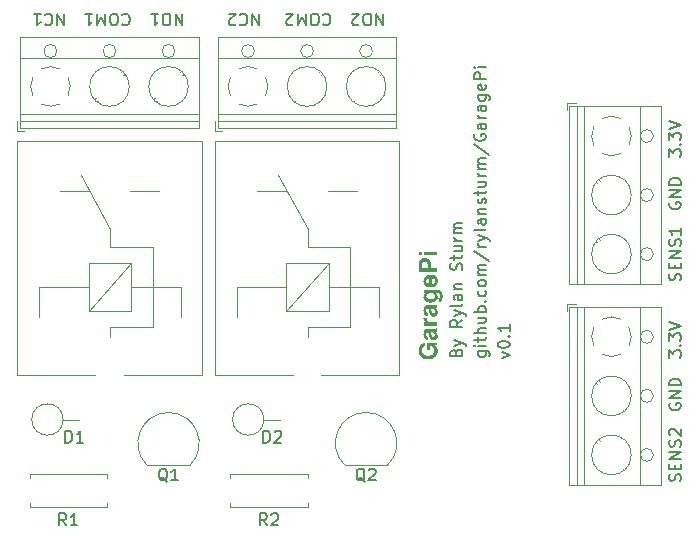
<source format=gbr>
%TF.GenerationSoftware,KiCad,Pcbnew,7.0.5-7.0.5~ubuntu22.04.1*%
%TF.CreationDate,2023-06-26T19:31:58-06:00*%
%TF.ProjectId,GaragePi_PCB,47617261-6765-4506-995f-5043422e6b69,rev?*%
%TF.SameCoordinates,Original*%
%TF.FileFunction,Legend,Top*%
%TF.FilePolarity,Positive*%
%FSLAX46Y46*%
G04 Gerber Fmt 4.6, Leading zero omitted, Abs format (unit mm)*
G04 Created by KiCad (PCBNEW 7.0.5-7.0.5~ubuntu22.04.1) date 2023-06-26 19:31:58*
%MOMM*%
%LPD*%
G01*
G04 APERTURE LIST*
%ADD10C,0.150000*%
%ADD11C,0.200000*%
%ADD12C,0.120000*%
G04 APERTURE END LIST*
D10*
X142846009Y-73829887D02*
X142893628Y-73687030D01*
X142893628Y-73687030D02*
X142941247Y-73639411D01*
X142941247Y-73639411D02*
X143036485Y-73591792D01*
X143036485Y-73591792D02*
X143179342Y-73591792D01*
X143179342Y-73591792D02*
X143274580Y-73639411D01*
X143274580Y-73639411D02*
X143322200Y-73687030D01*
X143322200Y-73687030D02*
X143369819Y-73782268D01*
X143369819Y-73782268D02*
X143369819Y-74163220D01*
X143369819Y-74163220D02*
X142369819Y-74163220D01*
X142369819Y-74163220D02*
X142369819Y-73829887D01*
X142369819Y-73829887D02*
X142417438Y-73734649D01*
X142417438Y-73734649D02*
X142465057Y-73687030D01*
X142465057Y-73687030D02*
X142560295Y-73639411D01*
X142560295Y-73639411D02*
X142655533Y-73639411D01*
X142655533Y-73639411D02*
X142750771Y-73687030D01*
X142750771Y-73687030D02*
X142798390Y-73734649D01*
X142798390Y-73734649D02*
X142846009Y-73829887D01*
X142846009Y-73829887D02*
X142846009Y-74163220D01*
X142703152Y-73258458D02*
X143369819Y-73020363D01*
X142703152Y-72782268D02*
X143369819Y-73020363D01*
X143369819Y-73020363D02*
X143607914Y-73115601D01*
X143607914Y-73115601D02*
X143655533Y-73163220D01*
X143655533Y-73163220D02*
X143703152Y-73258458D01*
X143369819Y-71067982D02*
X142893628Y-71401315D01*
X143369819Y-71639410D02*
X142369819Y-71639410D01*
X142369819Y-71639410D02*
X142369819Y-71258458D01*
X142369819Y-71258458D02*
X142417438Y-71163220D01*
X142417438Y-71163220D02*
X142465057Y-71115601D01*
X142465057Y-71115601D02*
X142560295Y-71067982D01*
X142560295Y-71067982D02*
X142703152Y-71067982D01*
X142703152Y-71067982D02*
X142798390Y-71115601D01*
X142798390Y-71115601D02*
X142846009Y-71163220D01*
X142846009Y-71163220D02*
X142893628Y-71258458D01*
X142893628Y-71258458D02*
X142893628Y-71639410D01*
X142703152Y-70734648D02*
X143369819Y-70496553D01*
X142703152Y-70258458D02*
X143369819Y-70496553D01*
X143369819Y-70496553D02*
X143607914Y-70591791D01*
X143607914Y-70591791D02*
X143655533Y-70639410D01*
X143655533Y-70639410D02*
X143703152Y-70734648D01*
X143369819Y-69734648D02*
X143322200Y-69829886D01*
X143322200Y-69829886D02*
X143226961Y-69877505D01*
X143226961Y-69877505D02*
X142369819Y-69877505D01*
X143369819Y-68925124D02*
X142846009Y-68925124D01*
X142846009Y-68925124D02*
X142750771Y-68972743D01*
X142750771Y-68972743D02*
X142703152Y-69067981D01*
X142703152Y-69067981D02*
X142703152Y-69258457D01*
X142703152Y-69258457D02*
X142750771Y-69353695D01*
X143322200Y-68925124D02*
X143369819Y-69020362D01*
X143369819Y-69020362D02*
X143369819Y-69258457D01*
X143369819Y-69258457D02*
X143322200Y-69353695D01*
X143322200Y-69353695D02*
X143226961Y-69401314D01*
X143226961Y-69401314D02*
X143131723Y-69401314D01*
X143131723Y-69401314D02*
X143036485Y-69353695D01*
X143036485Y-69353695D02*
X142988866Y-69258457D01*
X142988866Y-69258457D02*
X142988866Y-69020362D01*
X142988866Y-69020362D02*
X142941247Y-68925124D01*
X142703152Y-68448933D02*
X143369819Y-68448933D01*
X142798390Y-68448933D02*
X142750771Y-68401314D01*
X142750771Y-68401314D02*
X142703152Y-68306076D01*
X142703152Y-68306076D02*
X142703152Y-68163219D01*
X142703152Y-68163219D02*
X142750771Y-68067981D01*
X142750771Y-68067981D02*
X142846009Y-68020362D01*
X142846009Y-68020362D02*
X143369819Y-68020362D01*
X143322200Y-66829885D02*
X143369819Y-66687028D01*
X143369819Y-66687028D02*
X143369819Y-66448933D01*
X143369819Y-66448933D02*
X143322200Y-66353695D01*
X143322200Y-66353695D02*
X143274580Y-66306076D01*
X143274580Y-66306076D02*
X143179342Y-66258457D01*
X143179342Y-66258457D02*
X143084104Y-66258457D01*
X143084104Y-66258457D02*
X142988866Y-66306076D01*
X142988866Y-66306076D02*
X142941247Y-66353695D01*
X142941247Y-66353695D02*
X142893628Y-66448933D01*
X142893628Y-66448933D02*
X142846009Y-66639409D01*
X142846009Y-66639409D02*
X142798390Y-66734647D01*
X142798390Y-66734647D02*
X142750771Y-66782266D01*
X142750771Y-66782266D02*
X142655533Y-66829885D01*
X142655533Y-66829885D02*
X142560295Y-66829885D01*
X142560295Y-66829885D02*
X142465057Y-66782266D01*
X142465057Y-66782266D02*
X142417438Y-66734647D01*
X142417438Y-66734647D02*
X142369819Y-66639409D01*
X142369819Y-66639409D02*
X142369819Y-66401314D01*
X142369819Y-66401314D02*
X142417438Y-66258457D01*
X142703152Y-65972742D02*
X142703152Y-65591790D01*
X142369819Y-65829885D02*
X143226961Y-65829885D01*
X143226961Y-65829885D02*
X143322200Y-65782266D01*
X143322200Y-65782266D02*
X143369819Y-65687028D01*
X143369819Y-65687028D02*
X143369819Y-65591790D01*
X142703152Y-64829885D02*
X143369819Y-64829885D01*
X142703152Y-65258456D02*
X143226961Y-65258456D01*
X143226961Y-65258456D02*
X143322200Y-65210837D01*
X143322200Y-65210837D02*
X143369819Y-65115599D01*
X143369819Y-65115599D02*
X143369819Y-64972742D01*
X143369819Y-64972742D02*
X143322200Y-64877504D01*
X143322200Y-64877504D02*
X143274580Y-64829885D01*
X143369819Y-64353694D02*
X142703152Y-64353694D01*
X142893628Y-64353694D02*
X142798390Y-64306075D01*
X142798390Y-64306075D02*
X142750771Y-64258456D01*
X142750771Y-64258456D02*
X142703152Y-64163218D01*
X142703152Y-64163218D02*
X142703152Y-64067980D01*
X143369819Y-63734646D02*
X142703152Y-63734646D01*
X142798390Y-63734646D02*
X142750771Y-63687027D01*
X142750771Y-63687027D02*
X142703152Y-63591789D01*
X142703152Y-63591789D02*
X142703152Y-63448932D01*
X142703152Y-63448932D02*
X142750771Y-63353694D01*
X142750771Y-63353694D02*
X142846009Y-63306075D01*
X142846009Y-63306075D02*
X143369819Y-63306075D01*
X142846009Y-63306075D02*
X142750771Y-63258456D01*
X142750771Y-63258456D02*
X142703152Y-63163218D01*
X142703152Y-63163218D02*
X142703152Y-63020361D01*
X142703152Y-63020361D02*
X142750771Y-62925122D01*
X142750771Y-62925122D02*
X142846009Y-62877503D01*
X142846009Y-62877503D02*
X143369819Y-62877503D01*
X161822200Y-67710839D02*
X161869819Y-67567982D01*
X161869819Y-67567982D02*
X161869819Y-67329887D01*
X161869819Y-67329887D02*
X161822200Y-67234649D01*
X161822200Y-67234649D02*
X161774580Y-67187030D01*
X161774580Y-67187030D02*
X161679342Y-67139411D01*
X161679342Y-67139411D02*
X161584104Y-67139411D01*
X161584104Y-67139411D02*
X161488866Y-67187030D01*
X161488866Y-67187030D02*
X161441247Y-67234649D01*
X161441247Y-67234649D02*
X161393628Y-67329887D01*
X161393628Y-67329887D02*
X161346009Y-67520363D01*
X161346009Y-67520363D02*
X161298390Y-67615601D01*
X161298390Y-67615601D02*
X161250771Y-67663220D01*
X161250771Y-67663220D02*
X161155533Y-67710839D01*
X161155533Y-67710839D02*
X161060295Y-67710839D01*
X161060295Y-67710839D02*
X160965057Y-67663220D01*
X160965057Y-67663220D02*
X160917438Y-67615601D01*
X160917438Y-67615601D02*
X160869819Y-67520363D01*
X160869819Y-67520363D02*
X160869819Y-67282268D01*
X160869819Y-67282268D02*
X160917438Y-67139411D01*
X161346009Y-66710839D02*
X161346009Y-66377506D01*
X161869819Y-66234649D02*
X161869819Y-66710839D01*
X161869819Y-66710839D02*
X160869819Y-66710839D01*
X160869819Y-66710839D02*
X160869819Y-66234649D01*
X161869819Y-65806077D02*
X160869819Y-65806077D01*
X160869819Y-65806077D02*
X161869819Y-65234649D01*
X161869819Y-65234649D02*
X160869819Y-65234649D01*
X161822200Y-64806077D02*
X161869819Y-64663220D01*
X161869819Y-64663220D02*
X161869819Y-64425125D01*
X161869819Y-64425125D02*
X161822200Y-64329887D01*
X161822200Y-64329887D02*
X161774580Y-64282268D01*
X161774580Y-64282268D02*
X161679342Y-64234649D01*
X161679342Y-64234649D02*
X161584104Y-64234649D01*
X161584104Y-64234649D02*
X161488866Y-64282268D01*
X161488866Y-64282268D02*
X161441247Y-64329887D01*
X161441247Y-64329887D02*
X161393628Y-64425125D01*
X161393628Y-64425125D02*
X161346009Y-64615601D01*
X161346009Y-64615601D02*
X161298390Y-64710839D01*
X161298390Y-64710839D02*
X161250771Y-64758458D01*
X161250771Y-64758458D02*
X161155533Y-64806077D01*
X161155533Y-64806077D02*
X161060295Y-64806077D01*
X161060295Y-64806077D02*
X160965057Y-64758458D01*
X160965057Y-64758458D02*
X160917438Y-64710839D01*
X160917438Y-64710839D02*
X160869819Y-64615601D01*
X160869819Y-64615601D02*
X160869819Y-64377506D01*
X160869819Y-64377506D02*
X160917438Y-64234649D01*
X161869819Y-63282268D02*
X161869819Y-63853696D01*
X161869819Y-63567982D02*
X160869819Y-63567982D01*
X160869819Y-63567982D02*
X161012676Y-63663220D01*
X161012676Y-63663220D02*
X161107914Y-63758458D01*
X161107914Y-63758458D02*
X161155533Y-63853696D01*
X160869819Y-57258458D02*
X160869819Y-56639411D01*
X160869819Y-56639411D02*
X161250771Y-56972744D01*
X161250771Y-56972744D02*
X161250771Y-56829887D01*
X161250771Y-56829887D02*
X161298390Y-56734649D01*
X161298390Y-56734649D02*
X161346009Y-56687030D01*
X161346009Y-56687030D02*
X161441247Y-56639411D01*
X161441247Y-56639411D02*
X161679342Y-56639411D01*
X161679342Y-56639411D02*
X161774580Y-56687030D01*
X161774580Y-56687030D02*
X161822200Y-56734649D01*
X161822200Y-56734649D02*
X161869819Y-56829887D01*
X161869819Y-56829887D02*
X161869819Y-57115601D01*
X161869819Y-57115601D02*
X161822200Y-57210839D01*
X161822200Y-57210839D02*
X161774580Y-57258458D01*
X161774580Y-56210839D02*
X161822200Y-56163220D01*
X161822200Y-56163220D02*
X161869819Y-56210839D01*
X161869819Y-56210839D02*
X161822200Y-56258458D01*
X161822200Y-56258458D02*
X161774580Y-56210839D01*
X161774580Y-56210839D02*
X161869819Y-56210839D01*
X160869819Y-55829887D02*
X160869819Y-55210840D01*
X160869819Y-55210840D02*
X161250771Y-55544173D01*
X161250771Y-55544173D02*
X161250771Y-55401316D01*
X161250771Y-55401316D02*
X161298390Y-55306078D01*
X161298390Y-55306078D02*
X161346009Y-55258459D01*
X161346009Y-55258459D02*
X161441247Y-55210840D01*
X161441247Y-55210840D02*
X161679342Y-55210840D01*
X161679342Y-55210840D02*
X161774580Y-55258459D01*
X161774580Y-55258459D02*
X161822200Y-55306078D01*
X161822200Y-55306078D02*
X161869819Y-55401316D01*
X161869819Y-55401316D02*
X161869819Y-55687030D01*
X161869819Y-55687030D02*
X161822200Y-55782268D01*
X161822200Y-55782268D02*
X161774580Y-55829887D01*
X160869819Y-54925125D02*
X161869819Y-54591792D01*
X161869819Y-54591792D02*
X160869819Y-54258459D01*
X160917438Y-61139411D02*
X160869819Y-61234649D01*
X160869819Y-61234649D02*
X160869819Y-61377506D01*
X160869819Y-61377506D02*
X160917438Y-61520363D01*
X160917438Y-61520363D02*
X161012676Y-61615601D01*
X161012676Y-61615601D02*
X161107914Y-61663220D01*
X161107914Y-61663220D02*
X161298390Y-61710839D01*
X161298390Y-61710839D02*
X161441247Y-61710839D01*
X161441247Y-61710839D02*
X161631723Y-61663220D01*
X161631723Y-61663220D02*
X161726961Y-61615601D01*
X161726961Y-61615601D02*
X161822200Y-61520363D01*
X161822200Y-61520363D02*
X161869819Y-61377506D01*
X161869819Y-61377506D02*
X161869819Y-61282268D01*
X161869819Y-61282268D02*
X161822200Y-61139411D01*
X161822200Y-61139411D02*
X161774580Y-61091792D01*
X161774580Y-61091792D02*
X161441247Y-61091792D01*
X161441247Y-61091792D02*
X161441247Y-61282268D01*
X161869819Y-60663220D02*
X160869819Y-60663220D01*
X160869819Y-60663220D02*
X161869819Y-60091792D01*
X161869819Y-60091792D02*
X160869819Y-60091792D01*
X161869819Y-59615601D02*
X160869819Y-59615601D01*
X160869819Y-59615601D02*
X160869819Y-59377506D01*
X160869819Y-59377506D02*
X160917438Y-59234649D01*
X160917438Y-59234649D02*
X161012676Y-59139411D01*
X161012676Y-59139411D02*
X161107914Y-59091792D01*
X161107914Y-59091792D02*
X161298390Y-59044173D01*
X161298390Y-59044173D02*
X161441247Y-59044173D01*
X161441247Y-59044173D02*
X161631723Y-59091792D01*
X161631723Y-59091792D02*
X161726961Y-59139411D01*
X161726961Y-59139411D02*
X161822200Y-59234649D01*
X161822200Y-59234649D02*
X161869819Y-59377506D01*
X161869819Y-59377506D02*
X161869819Y-59615601D01*
X160869819Y-74258458D02*
X160869819Y-73639411D01*
X160869819Y-73639411D02*
X161250771Y-73972744D01*
X161250771Y-73972744D02*
X161250771Y-73829887D01*
X161250771Y-73829887D02*
X161298390Y-73734649D01*
X161298390Y-73734649D02*
X161346009Y-73687030D01*
X161346009Y-73687030D02*
X161441247Y-73639411D01*
X161441247Y-73639411D02*
X161679342Y-73639411D01*
X161679342Y-73639411D02*
X161774580Y-73687030D01*
X161774580Y-73687030D02*
X161822200Y-73734649D01*
X161822200Y-73734649D02*
X161869819Y-73829887D01*
X161869819Y-73829887D02*
X161869819Y-74115601D01*
X161869819Y-74115601D02*
X161822200Y-74210839D01*
X161822200Y-74210839D02*
X161774580Y-74258458D01*
X161774580Y-73210839D02*
X161822200Y-73163220D01*
X161822200Y-73163220D02*
X161869819Y-73210839D01*
X161869819Y-73210839D02*
X161822200Y-73258458D01*
X161822200Y-73258458D02*
X161774580Y-73210839D01*
X161774580Y-73210839D02*
X161869819Y-73210839D01*
X160869819Y-72829887D02*
X160869819Y-72210840D01*
X160869819Y-72210840D02*
X161250771Y-72544173D01*
X161250771Y-72544173D02*
X161250771Y-72401316D01*
X161250771Y-72401316D02*
X161298390Y-72306078D01*
X161298390Y-72306078D02*
X161346009Y-72258459D01*
X161346009Y-72258459D02*
X161441247Y-72210840D01*
X161441247Y-72210840D02*
X161679342Y-72210840D01*
X161679342Y-72210840D02*
X161774580Y-72258459D01*
X161774580Y-72258459D02*
X161822200Y-72306078D01*
X161822200Y-72306078D02*
X161869819Y-72401316D01*
X161869819Y-72401316D02*
X161869819Y-72687030D01*
X161869819Y-72687030D02*
X161822200Y-72782268D01*
X161822200Y-72782268D02*
X161774580Y-72829887D01*
X160869819Y-71925125D02*
X161869819Y-71591792D01*
X161869819Y-71591792D02*
X160869819Y-71258459D01*
X161822200Y-84710839D02*
X161869819Y-84567982D01*
X161869819Y-84567982D02*
X161869819Y-84329887D01*
X161869819Y-84329887D02*
X161822200Y-84234649D01*
X161822200Y-84234649D02*
X161774580Y-84187030D01*
X161774580Y-84187030D02*
X161679342Y-84139411D01*
X161679342Y-84139411D02*
X161584104Y-84139411D01*
X161584104Y-84139411D02*
X161488866Y-84187030D01*
X161488866Y-84187030D02*
X161441247Y-84234649D01*
X161441247Y-84234649D02*
X161393628Y-84329887D01*
X161393628Y-84329887D02*
X161346009Y-84520363D01*
X161346009Y-84520363D02*
X161298390Y-84615601D01*
X161298390Y-84615601D02*
X161250771Y-84663220D01*
X161250771Y-84663220D02*
X161155533Y-84710839D01*
X161155533Y-84710839D02*
X161060295Y-84710839D01*
X161060295Y-84710839D02*
X160965057Y-84663220D01*
X160965057Y-84663220D02*
X160917438Y-84615601D01*
X160917438Y-84615601D02*
X160869819Y-84520363D01*
X160869819Y-84520363D02*
X160869819Y-84282268D01*
X160869819Y-84282268D02*
X160917438Y-84139411D01*
X161346009Y-83710839D02*
X161346009Y-83377506D01*
X161869819Y-83234649D02*
X161869819Y-83710839D01*
X161869819Y-83710839D02*
X160869819Y-83710839D01*
X160869819Y-83710839D02*
X160869819Y-83234649D01*
X161869819Y-82806077D02*
X160869819Y-82806077D01*
X160869819Y-82806077D02*
X161869819Y-82234649D01*
X161869819Y-82234649D02*
X160869819Y-82234649D01*
X161822200Y-81806077D02*
X161869819Y-81663220D01*
X161869819Y-81663220D02*
X161869819Y-81425125D01*
X161869819Y-81425125D02*
X161822200Y-81329887D01*
X161822200Y-81329887D02*
X161774580Y-81282268D01*
X161774580Y-81282268D02*
X161679342Y-81234649D01*
X161679342Y-81234649D02*
X161584104Y-81234649D01*
X161584104Y-81234649D02*
X161488866Y-81282268D01*
X161488866Y-81282268D02*
X161441247Y-81329887D01*
X161441247Y-81329887D02*
X161393628Y-81425125D01*
X161393628Y-81425125D02*
X161346009Y-81615601D01*
X161346009Y-81615601D02*
X161298390Y-81710839D01*
X161298390Y-81710839D02*
X161250771Y-81758458D01*
X161250771Y-81758458D02*
X161155533Y-81806077D01*
X161155533Y-81806077D02*
X161060295Y-81806077D01*
X161060295Y-81806077D02*
X160965057Y-81758458D01*
X160965057Y-81758458D02*
X160917438Y-81710839D01*
X160917438Y-81710839D02*
X160869819Y-81615601D01*
X160869819Y-81615601D02*
X160869819Y-81377506D01*
X160869819Y-81377506D02*
X160917438Y-81234649D01*
X160965057Y-80853696D02*
X160917438Y-80806077D01*
X160917438Y-80806077D02*
X160869819Y-80710839D01*
X160869819Y-80710839D02*
X160869819Y-80472744D01*
X160869819Y-80472744D02*
X160917438Y-80377506D01*
X160917438Y-80377506D02*
X160965057Y-80329887D01*
X160965057Y-80329887D02*
X161060295Y-80282268D01*
X161060295Y-80282268D02*
X161155533Y-80282268D01*
X161155533Y-80282268D02*
X161298390Y-80329887D01*
X161298390Y-80329887D02*
X161869819Y-80901315D01*
X161869819Y-80901315D02*
X161869819Y-80282268D01*
X160917438Y-78139411D02*
X160869819Y-78234649D01*
X160869819Y-78234649D02*
X160869819Y-78377506D01*
X160869819Y-78377506D02*
X160917438Y-78520363D01*
X160917438Y-78520363D02*
X161012676Y-78615601D01*
X161012676Y-78615601D02*
X161107914Y-78663220D01*
X161107914Y-78663220D02*
X161298390Y-78710839D01*
X161298390Y-78710839D02*
X161441247Y-78710839D01*
X161441247Y-78710839D02*
X161631723Y-78663220D01*
X161631723Y-78663220D02*
X161726961Y-78615601D01*
X161726961Y-78615601D02*
X161822200Y-78520363D01*
X161822200Y-78520363D02*
X161869819Y-78377506D01*
X161869819Y-78377506D02*
X161869819Y-78282268D01*
X161869819Y-78282268D02*
X161822200Y-78139411D01*
X161822200Y-78139411D02*
X161774580Y-78091792D01*
X161774580Y-78091792D02*
X161441247Y-78091792D01*
X161441247Y-78091792D02*
X161441247Y-78282268D01*
X161869819Y-77663220D02*
X160869819Y-77663220D01*
X160869819Y-77663220D02*
X161869819Y-77091792D01*
X161869819Y-77091792D02*
X160869819Y-77091792D01*
X161869819Y-76615601D02*
X160869819Y-76615601D01*
X160869819Y-76615601D02*
X160869819Y-76377506D01*
X160869819Y-76377506D02*
X160917438Y-76234649D01*
X160917438Y-76234649D02*
X161012676Y-76139411D01*
X161012676Y-76139411D02*
X161107914Y-76091792D01*
X161107914Y-76091792D02*
X161298390Y-76044173D01*
X161298390Y-76044173D02*
X161441247Y-76044173D01*
X161441247Y-76044173D02*
X161631723Y-76091792D01*
X161631723Y-76091792D02*
X161726961Y-76139411D01*
X161726961Y-76139411D02*
X161822200Y-76234649D01*
X161822200Y-76234649D02*
X161869819Y-76377506D01*
X161869819Y-76377506D02*
X161869819Y-76615601D01*
X146703152Y-74258458D02*
X147369819Y-74020363D01*
X147369819Y-74020363D02*
X146703152Y-73782268D01*
X146369819Y-73210839D02*
X146369819Y-73115601D01*
X146369819Y-73115601D02*
X146417438Y-73020363D01*
X146417438Y-73020363D02*
X146465057Y-72972744D01*
X146465057Y-72972744D02*
X146560295Y-72925125D01*
X146560295Y-72925125D02*
X146750771Y-72877506D01*
X146750771Y-72877506D02*
X146988866Y-72877506D01*
X146988866Y-72877506D02*
X147179342Y-72925125D01*
X147179342Y-72925125D02*
X147274580Y-72972744D01*
X147274580Y-72972744D02*
X147322200Y-73020363D01*
X147322200Y-73020363D02*
X147369819Y-73115601D01*
X147369819Y-73115601D02*
X147369819Y-73210839D01*
X147369819Y-73210839D02*
X147322200Y-73306077D01*
X147322200Y-73306077D02*
X147274580Y-73353696D01*
X147274580Y-73353696D02*
X147179342Y-73401315D01*
X147179342Y-73401315D02*
X146988866Y-73448934D01*
X146988866Y-73448934D02*
X146750771Y-73448934D01*
X146750771Y-73448934D02*
X146560295Y-73401315D01*
X146560295Y-73401315D02*
X146465057Y-73353696D01*
X146465057Y-73353696D02*
X146417438Y-73306077D01*
X146417438Y-73306077D02*
X146369819Y-73210839D01*
X147274580Y-72448934D02*
X147322200Y-72401315D01*
X147322200Y-72401315D02*
X147369819Y-72448934D01*
X147369819Y-72448934D02*
X147322200Y-72496553D01*
X147322200Y-72496553D02*
X147274580Y-72448934D01*
X147274580Y-72448934D02*
X147369819Y-72448934D01*
X147369819Y-71448935D02*
X147369819Y-72020363D01*
X147369819Y-71734649D02*
X146369819Y-71734649D01*
X146369819Y-71734649D02*
X146512676Y-71829887D01*
X146512676Y-71829887D02*
X146607914Y-71925125D01*
X146607914Y-71925125D02*
X146655533Y-72020363D01*
X144703152Y-73734649D02*
X145512676Y-73734649D01*
X145512676Y-73734649D02*
X145607914Y-73782268D01*
X145607914Y-73782268D02*
X145655533Y-73829887D01*
X145655533Y-73829887D02*
X145703152Y-73925125D01*
X145703152Y-73925125D02*
X145703152Y-74067982D01*
X145703152Y-74067982D02*
X145655533Y-74163220D01*
X145322200Y-73734649D02*
X145369819Y-73829887D01*
X145369819Y-73829887D02*
X145369819Y-74020363D01*
X145369819Y-74020363D02*
X145322200Y-74115601D01*
X145322200Y-74115601D02*
X145274580Y-74163220D01*
X145274580Y-74163220D02*
X145179342Y-74210839D01*
X145179342Y-74210839D02*
X144893628Y-74210839D01*
X144893628Y-74210839D02*
X144798390Y-74163220D01*
X144798390Y-74163220D02*
X144750771Y-74115601D01*
X144750771Y-74115601D02*
X144703152Y-74020363D01*
X144703152Y-74020363D02*
X144703152Y-73829887D01*
X144703152Y-73829887D02*
X144750771Y-73734649D01*
X145369819Y-73258458D02*
X144703152Y-73258458D01*
X144369819Y-73258458D02*
X144417438Y-73306077D01*
X144417438Y-73306077D02*
X144465057Y-73258458D01*
X144465057Y-73258458D02*
X144417438Y-73210839D01*
X144417438Y-73210839D02*
X144369819Y-73258458D01*
X144369819Y-73258458D02*
X144465057Y-73258458D01*
X144703152Y-72925125D02*
X144703152Y-72544173D01*
X144369819Y-72782268D02*
X145226961Y-72782268D01*
X145226961Y-72782268D02*
X145322200Y-72734649D01*
X145322200Y-72734649D02*
X145369819Y-72639411D01*
X145369819Y-72639411D02*
X145369819Y-72544173D01*
X145369819Y-72210839D02*
X144369819Y-72210839D01*
X145369819Y-71782268D02*
X144846009Y-71782268D01*
X144846009Y-71782268D02*
X144750771Y-71829887D01*
X144750771Y-71829887D02*
X144703152Y-71925125D01*
X144703152Y-71925125D02*
X144703152Y-72067982D01*
X144703152Y-72067982D02*
X144750771Y-72163220D01*
X144750771Y-72163220D02*
X144798390Y-72210839D01*
X144703152Y-70877506D02*
X145369819Y-70877506D01*
X144703152Y-71306077D02*
X145226961Y-71306077D01*
X145226961Y-71306077D02*
X145322200Y-71258458D01*
X145322200Y-71258458D02*
X145369819Y-71163220D01*
X145369819Y-71163220D02*
X145369819Y-71020363D01*
X145369819Y-71020363D02*
X145322200Y-70925125D01*
X145322200Y-70925125D02*
X145274580Y-70877506D01*
X145369819Y-70401315D02*
X144369819Y-70401315D01*
X144750771Y-70401315D02*
X144703152Y-70306077D01*
X144703152Y-70306077D02*
X144703152Y-70115601D01*
X144703152Y-70115601D02*
X144750771Y-70020363D01*
X144750771Y-70020363D02*
X144798390Y-69972744D01*
X144798390Y-69972744D02*
X144893628Y-69925125D01*
X144893628Y-69925125D02*
X145179342Y-69925125D01*
X145179342Y-69925125D02*
X145274580Y-69972744D01*
X145274580Y-69972744D02*
X145322200Y-70020363D01*
X145322200Y-70020363D02*
X145369819Y-70115601D01*
X145369819Y-70115601D02*
X145369819Y-70306077D01*
X145369819Y-70306077D02*
X145322200Y-70401315D01*
X145274580Y-69496553D02*
X145322200Y-69448934D01*
X145322200Y-69448934D02*
X145369819Y-69496553D01*
X145369819Y-69496553D02*
X145322200Y-69544172D01*
X145322200Y-69544172D02*
X145274580Y-69496553D01*
X145274580Y-69496553D02*
X145369819Y-69496553D01*
X145322200Y-68591792D02*
X145369819Y-68687030D01*
X145369819Y-68687030D02*
X145369819Y-68877506D01*
X145369819Y-68877506D02*
X145322200Y-68972744D01*
X145322200Y-68972744D02*
X145274580Y-69020363D01*
X145274580Y-69020363D02*
X145179342Y-69067982D01*
X145179342Y-69067982D02*
X144893628Y-69067982D01*
X144893628Y-69067982D02*
X144798390Y-69020363D01*
X144798390Y-69020363D02*
X144750771Y-68972744D01*
X144750771Y-68972744D02*
X144703152Y-68877506D01*
X144703152Y-68877506D02*
X144703152Y-68687030D01*
X144703152Y-68687030D02*
X144750771Y-68591792D01*
X145369819Y-68020363D02*
X145322200Y-68115601D01*
X145322200Y-68115601D02*
X145274580Y-68163220D01*
X145274580Y-68163220D02*
X145179342Y-68210839D01*
X145179342Y-68210839D02*
X144893628Y-68210839D01*
X144893628Y-68210839D02*
X144798390Y-68163220D01*
X144798390Y-68163220D02*
X144750771Y-68115601D01*
X144750771Y-68115601D02*
X144703152Y-68020363D01*
X144703152Y-68020363D02*
X144703152Y-67877506D01*
X144703152Y-67877506D02*
X144750771Y-67782268D01*
X144750771Y-67782268D02*
X144798390Y-67734649D01*
X144798390Y-67734649D02*
X144893628Y-67687030D01*
X144893628Y-67687030D02*
X145179342Y-67687030D01*
X145179342Y-67687030D02*
X145274580Y-67734649D01*
X145274580Y-67734649D02*
X145322200Y-67782268D01*
X145322200Y-67782268D02*
X145369819Y-67877506D01*
X145369819Y-67877506D02*
X145369819Y-68020363D01*
X145369819Y-67258458D02*
X144703152Y-67258458D01*
X144798390Y-67258458D02*
X144750771Y-67210839D01*
X144750771Y-67210839D02*
X144703152Y-67115601D01*
X144703152Y-67115601D02*
X144703152Y-66972744D01*
X144703152Y-66972744D02*
X144750771Y-66877506D01*
X144750771Y-66877506D02*
X144846009Y-66829887D01*
X144846009Y-66829887D02*
X145369819Y-66829887D01*
X144846009Y-66829887D02*
X144750771Y-66782268D01*
X144750771Y-66782268D02*
X144703152Y-66687030D01*
X144703152Y-66687030D02*
X144703152Y-66544173D01*
X144703152Y-66544173D02*
X144750771Y-66448934D01*
X144750771Y-66448934D02*
X144846009Y-66401315D01*
X144846009Y-66401315D02*
X145369819Y-66401315D01*
X144322200Y-65210840D02*
X145607914Y-66067982D01*
X145369819Y-64877506D02*
X144703152Y-64877506D01*
X144893628Y-64877506D02*
X144798390Y-64829887D01*
X144798390Y-64829887D02*
X144750771Y-64782268D01*
X144750771Y-64782268D02*
X144703152Y-64687030D01*
X144703152Y-64687030D02*
X144703152Y-64591792D01*
X144703152Y-64353696D02*
X145369819Y-64115601D01*
X144703152Y-63877506D02*
X145369819Y-64115601D01*
X145369819Y-64115601D02*
X145607914Y-64210839D01*
X145607914Y-64210839D02*
X145655533Y-64258458D01*
X145655533Y-64258458D02*
X145703152Y-64353696D01*
X145369819Y-63353696D02*
X145322200Y-63448934D01*
X145322200Y-63448934D02*
X145226961Y-63496553D01*
X145226961Y-63496553D02*
X144369819Y-63496553D01*
X145369819Y-62544172D02*
X144846009Y-62544172D01*
X144846009Y-62544172D02*
X144750771Y-62591791D01*
X144750771Y-62591791D02*
X144703152Y-62687029D01*
X144703152Y-62687029D02*
X144703152Y-62877505D01*
X144703152Y-62877505D02*
X144750771Y-62972743D01*
X145322200Y-62544172D02*
X145369819Y-62639410D01*
X145369819Y-62639410D02*
X145369819Y-62877505D01*
X145369819Y-62877505D02*
X145322200Y-62972743D01*
X145322200Y-62972743D02*
X145226961Y-63020362D01*
X145226961Y-63020362D02*
X145131723Y-63020362D01*
X145131723Y-63020362D02*
X145036485Y-62972743D01*
X145036485Y-62972743D02*
X144988866Y-62877505D01*
X144988866Y-62877505D02*
X144988866Y-62639410D01*
X144988866Y-62639410D02*
X144941247Y-62544172D01*
X144703152Y-62067981D02*
X145369819Y-62067981D01*
X144798390Y-62067981D02*
X144750771Y-62020362D01*
X144750771Y-62020362D02*
X144703152Y-61925124D01*
X144703152Y-61925124D02*
X144703152Y-61782267D01*
X144703152Y-61782267D02*
X144750771Y-61687029D01*
X144750771Y-61687029D02*
X144846009Y-61639410D01*
X144846009Y-61639410D02*
X145369819Y-61639410D01*
X145322200Y-61210838D02*
X145369819Y-61115600D01*
X145369819Y-61115600D02*
X145369819Y-60925124D01*
X145369819Y-60925124D02*
X145322200Y-60829886D01*
X145322200Y-60829886D02*
X145226961Y-60782267D01*
X145226961Y-60782267D02*
X145179342Y-60782267D01*
X145179342Y-60782267D02*
X145084104Y-60829886D01*
X145084104Y-60829886D02*
X145036485Y-60925124D01*
X145036485Y-60925124D02*
X145036485Y-61067981D01*
X145036485Y-61067981D02*
X144988866Y-61163219D01*
X144988866Y-61163219D02*
X144893628Y-61210838D01*
X144893628Y-61210838D02*
X144846009Y-61210838D01*
X144846009Y-61210838D02*
X144750771Y-61163219D01*
X144750771Y-61163219D02*
X144703152Y-61067981D01*
X144703152Y-61067981D02*
X144703152Y-60925124D01*
X144703152Y-60925124D02*
X144750771Y-60829886D01*
X144703152Y-60496552D02*
X144703152Y-60115600D01*
X144369819Y-60353695D02*
X145226961Y-60353695D01*
X145226961Y-60353695D02*
X145322200Y-60306076D01*
X145322200Y-60306076D02*
X145369819Y-60210838D01*
X145369819Y-60210838D02*
X145369819Y-60115600D01*
X144703152Y-59353695D02*
X145369819Y-59353695D01*
X144703152Y-59782266D02*
X145226961Y-59782266D01*
X145226961Y-59782266D02*
X145322200Y-59734647D01*
X145322200Y-59734647D02*
X145369819Y-59639409D01*
X145369819Y-59639409D02*
X145369819Y-59496552D01*
X145369819Y-59496552D02*
X145322200Y-59401314D01*
X145322200Y-59401314D02*
X145274580Y-59353695D01*
X145369819Y-58877504D02*
X144703152Y-58877504D01*
X144893628Y-58877504D02*
X144798390Y-58829885D01*
X144798390Y-58829885D02*
X144750771Y-58782266D01*
X144750771Y-58782266D02*
X144703152Y-58687028D01*
X144703152Y-58687028D02*
X144703152Y-58591790D01*
X145369819Y-58258456D02*
X144703152Y-58258456D01*
X144798390Y-58258456D02*
X144750771Y-58210837D01*
X144750771Y-58210837D02*
X144703152Y-58115599D01*
X144703152Y-58115599D02*
X144703152Y-57972742D01*
X144703152Y-57972742D02*
X144750771Y-57877504D01*
X144750771Y-57877504D02*
X144846009Y-57829885D01*
X144846009Y-57829885D02*
X145369819Y-57829885D01*
X144846009Y-57829885D02*
X144750771Y-57782266D01*
X144750771Y-57782266D02*
X144703152Y-57687028D01*
X144703152Y-57687028D02*
X144703152Y-57544171D01*
X144703152Y-57544171D02*
X144750771Y-57448932D01*
X144750771Y-57448932D02*
X144846009Y-57401313D01*
X144846009Y-57401313D02*
X145369819Y-57401313D01*
X144322200Y-56210838D02*
X145607914Y-57067980D01*
X144417438Y-55353695D02*
X144369819Y-55448933D01*
X144369819Y-55448933D02*
X144369819Y-55591790D01*
X144369819Y-55591790D02*
X144417438Y-55734647D01*
X144417438Y-55734647D02*
X144512676Y-55829885D01*
X144512676Y-55829885D02*
X144607914Y-55877504D01*
X144607914Y-55877504D02*
X144798390Y-55925123D01*
X144798390Y-55925123D02*
X144941247Y-55925123D01*
X144941247Y-55925123D02*
X145131723Y-55877504D01*
X145131723Y-55877504D02*
X145226961Y-55829885D01*
X145226961Y-55829885D02*
X145322200Y-55734647D01*
X145322200Y-55734647D02*
X145369819Y-55591790D01*
X145369819Y-55591790D02*
X145369819Y-55496552D01*
X145369819Y-55496552D02*
X145322200Y-55353695D01*
X145322200Y-55353695D02*
X145274580Y-55306076D01*
X145274580Y-55306076D02*
X144941247Y-55306076D01*
X144941247Y-55306076D02*
X144941247Y-55496552D01*
X145369819Y-54448933D02*
X144846009Y-54448933D01*
X144846009Y-54448933D02*
X144750771Y-54496552D01*
X144750771Y-54496552D02*
X144703152Y-54591790D01*
X144703152Y-54591790D02*
X144703152Y-54782266D01*
X144703152Y-54782266D02*
X144750771Y-54877504D01*
X145322200Y-54448933D02*
X145369819Y-54544171D01*
X145369819Y-54544171D02*
X145369819Y-54782266D01*
X145369819Y-54782266D02*
X145322200Y-54877504D01*
X145322200Y-54877504D02*
X145226961Y-54925123D01*
X145226961Y-54925123D02*
X145131723Y-54925123D01*
X145131723Y-54925123D02*
X145036485Y-54877504D01*
X145036485Y-54877504D02*
X144988866Y-54782266D01*
X144988866Y-54782266D02*
X144988866Y-54544171D01*
X144988866Y-54544171D02*
X144941247Y-54448933D01*
X145369819Y-53972742D02*
X144703152Y-53972742D01*
X144893628Y-53972742D02*
X144798390Y-53925123D01*
X144798390Y-53925123D02*
X144750771Y-53877504D01*
X144750771Y-53877504D02*
X144703152Y-53782266D01*
X144703152Y-53782266D02*
X144703152Y-53687028D01*
X145369819Y-52925123D02*
X144846009Y-52925123D01*
X144846009Y-52925123D02*
X144750771Y-52972742D01*
X144750771Y-52972742D02*
X144703152Y-53067980D01*
X144703152Y-53067980D02*
X144703152Y-53258456D01*
X144703152Y-53258456D02*
X144750771Y-53353694D01*
X145322200Y-52925123D02*
X145369819Y-53020361D01*
X145369819Y-53020361D02*
X145369819Y-53258456D01*
X145369819Y-53258456D02*
X145322200Y-53353694D01*
X145322200Y-53353694D02*
X145226961Y-53401313D01*
X145226961Y-53401313D02*
X145131723Y-53401313D01*
X145131723Y-53401313D02*
X145036485Y-53353694D01*
X145036485Y-53353694D02*
X144988866Y-53258456D01*
X144988866Y-53258456D02*
X144988866Y-53020361D01*
X144988866Y-53020361D02*
X144941247Y-52925123D01*
X144703152Y-52020361D02*
X145512676Y-52020361D01*
X145512676Y-52020361D02*
X145607914Y-52067980D01*
X145607914Y-52067980D02*
X145655533Y-52115599D01*
X145655533Y-52115599D02*
X145703152Y-52210837D01*
X145703152Y-52210837D02*
X145703152Y-52353694D01*
X145703152Y-52353694D02*
X145655533Y-52448932D01*
X145322200Y-52020361D02*
X145369819Y-52115599D01*
X145369819Y-52115599D02*
X145369819Y-52306075D01*
X145369819Y-52306075D02*
X145322200Y-52401313D01*
X145322200Y-52401313D02*
X145274580Y-52448932D01*
X145274580Y-52448932D02*
X145179342Y-52496551D01*
X145179342Y-52496551D02*
X144893628Y-52496551D01*
X144893628Y-52496551D02*
X144798390Y-52448932D01*
X144798390Y-52448932D02*
X144750771Y-52401313D01*
X144750771Y-52401313D02*
X144703152Y-52306075D01*
X144703152Y-52306075D02*
X144703152Y-52115599D01*
X144703152Y-52115599D02*
X144750771Y-52020361D01*
X145322200Y-51163218D02*
X145369819Y-51258456D01*
X145369819Y-51258456D02*
X145369819Y-51448932D01*
X145369819Y-51448932D02*
X145322200Y-51544170D01*
X145322200Y-51544170D02*
X145226961Y-51591789D01*
X145226961Y-51591789D02*
X144846009Y-51591789D01*
X144846009Y-51591789D02*
X144750771Y-51544170D01*
X144750771Y-51544170D02*
X144703152Y-51448932D01*
X144703152Y-51448932D02*
X144703152Y-51258456D01*
X144703152Y-51258456D02*
X144750771Y-51163218D01*
X144750771Y-51163218D02*
X144846009Y-51115599D01*
X144846009Y-51115599D02*
X144941247Y-51115599D01*
X144941247Y-51115599D02*
X145036485Y-51591789D01*
X145369819Y-50687027D02*
X144369819Y-50687027D01*
X144369819Y-50687027D02*
X144369819Y-50306075D01*
X144369819Y-50306075D02*
X144417438Y-50210837D01*
X144417438Y-50210837D02*
X144465057Y-50163218D01*
X144465057Y-50163218D02*
X144560295Y-50115599D01*
X144560295Y-50115599D02*
X144703152Y-50115599D01*
X144703152Y-50115599D02*
X144798390Y-50163218D01*
X144798390Y-50163218D02*
X144846009Y-50210837D01*
X144846009Y-50210837D02*
X144893628Y-50306075D01*
X144893628Y-50306075D02*
X144893628Y-50687027D01*
X145369819Y-49687027D02*
X144703152Y-49687027D01*
X144369819Y-49687027D02*
X144417438Y-49734646D01*
X144417438Y-49734646D02*
X144465057Y-49687027D01*
X144465057Y-49687027D02*
X144417438Y-49639408D01*
X144417438Y-49639408D02*
X144369819Y-49687027D01*
X144369819Y-49687027D02*
X144465057Y-49687027D01*
D11*
G36*
X140194267Y-73301256D02*
G01*
X140179075Y-73306739D01*
X140164365Y-73312609D01*
X140150138Y-73318866D01*
X140136393Y-73325510D01*
X140123130Y-73332541D01*
X140110349Y-73339960D01*
X140086235Y-73355958D01*
X140064050Y-73373505D01*
X140043794Y-73392601D01*
X140025467Y-73413244D01*
X140009070Y-73435437D01*
X139994601Y-73459177D01*
X139982062Y-73484466D01*
X139971451Y-73511304D01*
X139966870Y-73525303D01*
X139962770Y-73539690D01*
X139959153Y-73554464D01*
X139956018Y-73569625D01*
X139953366Y-73585173D01*
X139951196Y-73601108D01*
X139949508Y-73617430D01*
X139948302Y-73634139D01*
X139947578Y-73651235D01*
X139947337Y-73668719D01*
X139947890Y-73693436D01*
X139949547Y-73717485D01*
X139952309Y-73740868D01*
X139956176Y-73763584D01*
X139961147Y-73785634D01*
X139967224Y-73807016D01*
X139974405Y-73827731D01*
X139982691Y-73847780D01*
X139992082Y-73867161D01*
X140002578Y-73885876D01*
X140014179Y-73903923D01*
X140026884Y-73921304D01*
X140040694Y-73938018D01*
X140055609Y-73954065D01*
X140071629Y-73969445D01*
X140088754Y-73984159D01*
X140106807Y-73998089D01*
X140125705Y-74011121D01*
X140145447Y-74023254D01*
X140166034Y-74034488D01*
X140187465Y-74044823D01*
X140209740Y-74054260D01*
X140232860Y-74062798D01*
X140256823Y-74070437D01*
X140281632Y-74077178D01*
X140307284Y-74083020D01*
X140333781Y-74087963D01*
X140361123Y-74092007D01*
X140389309Y-74095153D01*
X140418339Y-74097400D01*
X140433170Y-74098186D01*
X140448213Y-74098748D01*
X140463467Y-74099085D01*
X140478932Y-74099197D01*
X140493619Y-74099076D01*
X140522498Y-74098112D01*
X140550720Y-74096183D01*
X140578283Y-74093289D01*
X140605188Y-74089431D01*
X140631435Y-74084608D01*
X140657023Y-74078820D01*
X140681953Y-74072069D01*
X140706224Y-74064352D01*
X140729838Y-74055671D01*
X140752793Y-74046025D01*
X140775089Y-74035415D01*
X140796728Y-74023840D01*
X140817708Y-74011301D01*
X140838030Y-73997797D01*
X140857693Y-73983328D01*
X140867278Y-73975732D01*
X140885689Y-73960032D01*
X140902913Y-73943796D01*
X140918948Y-73927024D01*
X140933796Y-73909718D01*
X140947456Y-73891876D01*
X140959928Y-73873499D01*
X140971212Y-73854587D01*
X140981309Y-73835140D01*
X140990217Y-73815157D01*
X140997938Y-73794640D01*
X141004471Y-73773586D01*
X141009817Y-73751998D01*
X141013974Y-73729875D01*
X141016943Y-73707216D01*
X141018725Y-73684022D01*
X141019319Y-73660293D01*
X141018861Y-73644882D01*
X141017487Y-73628327D01*
X141015534Y-73612902D01*
X141012879Y-73596601D01*
X141011992Y-73591782D01*
X141008604Y-73576528D01*
X141004212Y-73560166D01*
X140999785Y-73545685D01*
X140994660Y-73530435D01*
X140988837Y-73514416D01*
X140982316Y-73497627D01*
X140976523Y-73484026D01*
X140970318Y-73470699D01*
X140961982Y-73454427D01*
X140953001Y-73438585D01*
X140943377Y-73423172D01*
X140933109Y-73408188D01*
X140924431Y-73396510D01*
X140915008Y-73385044D01*
X140904693Y-73373910D01*
X140893484Y-73363108D01*
X140881383Y-73352638D01*
X140868388Y-73342500D01*
X140854501Y-73332694D01*
X140839720Y-73323220D01*
X140824047Y-73314078D01*
X140807652Y-73305532D01*
X140790708Y-73297844D01*
X140773214Y-73291015D01*
X140755170Y-73285044D01*
X140736577Y-73279932D01*
X140722272Y-73276662D01*
X140707658Y-73273874D01*
X140692734Y-73271570D01*
X140677501Y-73269748D01*
X140677501Y-73619993D01*
X140413719Y-73619993D01*
X140413719Y-73003768D01*
X141245000Y-73003768D01*
X141245000Y-73193911D01*
X141042400Y-73231646D01*
X141058204Y-73242812D01*
X141073467Y-73254143D01*
X141088188Y-73265641D01*
X141102369Y-73277305D01*
X141116009Y-73289134D01*
X141129108Y-73301130D01*
X141141666Y-73313291D01*
X141153683Y-73325619D01*
X141165159Y-73338112D01*
X141176094Y-73350772D01*
X141186489Y-73363598D01*
X141196342Y-73376589D01*
X141205654Y-73389747D01*
X141214425Y-73403071D01*
X141222656Y-73416560D01*
X141230345Y-73430216D01*
X141237488Y-73444090D01*
X141244169Y-73458329D01*
X141250390Y-73472930D01*
X141256151Y-73487895D01*
X141261450Y-73503224D01*
X141266289Y-73518916D01*
X141270666Y-73534972D01*
X141274583Y-73551391D01*
X141278040Y-73568173D01*
X141281035Y-73585320D01*
X141283569Y-73602829D01*
X141285643Y-73620702D01*
X141287256Y-73638939D01*
X141288408Y-73657539D01*
X141289099Y-73676503D01*
X141289330Y-73695830D01*
X141289107Y-73715255D01*
X141288439Y-73734468D01*
X141287327Y-73753469D01*
X141285769Y-73772257D01*
X141283766Y-73790832D01*
X141281318Y-73809195D01*
X141278425Y-73827346D01*
X141275087Y-73845284D01*
X141271304Y-73863009D01*
X141267076Y-73880522D01*
X141262403Y-73897822D01*
X141257284Y-73914910D01*
X141251721Y-73931785D01*
X141245712Y-73948448D01*
X141239259Y-73964898D01*
X141232360Y-73981136D01*
X141225016Y-73997161D01*
X141217227Y-74012974D01*
X141208993Y-74028574D01*
X141200315Y-74043962D01*
X141191190Y-74059137D01*
X141181621Y-74074100D01*
X141171607Y-74088850D01*
X141161148Y-74103387D01*
X141150244Y-74117712D01*
X141138894Y-74131825D01*
X141127100Y-74145725D01*
X141114860Y-74159412D01*
X141102175Y-74172887D01*
X141089046Y-74186150D01*
X141075471Y-74199200D01*
X141061451Y-74212037D01*
X141047089Y-74224569D01*
X141032488Y-74236704D01*
X141017648Y-74248440D01*
X141002569Y-74259779D01*
X140987252Y-74270720D01*
X140971695Y-74281263D01*
X140955899Y-74291408D01*
X140939864Y-74301155D01*
X140923590Y-74310505D01*
X140907077Y-74319456D01*
X140890325Y-74328010D01*
X140873334Y-74336166D01*
X140856105Y-74343924D01*
X140838636Y-74351284D01*
X140820928Y-74358247D01*
X140802981Y-74364811D01*
X140784795Y-74370978D01*
X140766370Y-74376747D01*
X140747707Y-74382118D01*
X140728804Y-74387091D01*
X140709662Y-74391666D01*
X140690281Y-74395843D01*
X140670661Y-74399623D01*
X140650802Y-74403005D01*
X140630705Y-74405988D01*
X140610368Y-74408574D01*
X140589792Y-74410763D01*
X140568977Y-74412553D01*
X140547923Y-74413945D01*
X140526631Y-74414940D01*
X140505099Y-74415537D01*
X140483328Y-74415736D01*
X140461021Y-74415534D01*
X140438978Y-74414929D01*
X140417200Y-74413920D01*
X140395687Y-74412507D01*
X140374439Y-74410691D01*
X140353455Y-74408471D01*
X140332736Y-74405848D01*
X140312282Y-74402821D01*
X140292092Y-74399391D01*
X140272168Y-74395557D01*
X140252508Y-74391320D01*
X140233113Y-74386678D01*
X140213982Y-74381634D01*
X140195117Y-74376186D01*
X140176516Y-74370334D01*
X140158180Y-74364078D01*
X140140109Y-74357419D01*
X140122302Y-74350357D01*
X140104760Y-74342891D01*
X140087483Y-74335021D01*
X140070471Y-74326748D01*
X140053723Y-74318071D01*
X140037240Y-74308991D01*
X140021022Y-74299507D01*
X140005069Y-74289619D01*
X139989380Y-74279328D01*
X139973957Y-74268633D01*
X139958798Y-74257535D01*
X139943903Y-74246033D01*
X139929274Y-74234128D01*
X139914909Y-74221819D01*
X139900809Y-74209106D01*
X139887037Y-74196047D01*
X139873702Y-74182745D01*
X139860805Y-74169200D01*
X139848344Y-74155411D01*
X139836321Y-74141379D01*
X139824735Y-74127104D01*
X139813587Y-74112585D01*
X139802875Y-74097823D01*
X139792601Y-74082818D01*
X139782764Y-74067569D01*
X139773364Y-74052078D01*
X139764401Y-74036343D01*
X139755876Y-74020364D01*
X139747788Y-74004143D01*
X139740136Y-73987678D01*
X139732923Y-73970969D01*
X139726146Y-73954018D01*
X139719806Y-73936823D01*
X139713904Y-73919385D01*
X139708439Y-73901704D01*
X139703411Y-73883779D01*
X139698821Y-73865611D01*
X139694667Y-73847200D01*
X139690951Y-73828545D01*
X139687672Y-73809648D01*
X139684830Y-73790506D01*
X139682425Y-73771122D01*
X139680458Y-73751494D01*
X139678928Y-73731623D01*
X139677835Y-73711509D01*
X139677179Y-73691152D01*
X139676960Y-73670551D01*
X139677097Y-73653245D01*
X139677506Y-73636134D01*
X139678187Y-73619217D01*
X139679141Y-73602493D01*
X139680368Y-73585963D01*
X139681868Y-73569627D01*
X139683640Y-73553486D01*
X139685684Y-73537538D01*
X139688002Y-73521784D01*
X139690592Y-73506224D01*
X139693454Y-73490857D01*
X139696590Y-73475685D01*
X139699997Y-73460707D01*
X139703678Y-73445922D01*
X139707631Y-73431332D01*
X139711857Y-73416935D01*
X139716355Y-73402732D01*
X139721126Y-73388724D01*
X139726170Y-73374909D01*
X139737075Y-73347861D01*
X139749070Y-73321588D01*
X139762156Y-73296092D01*
X139776333Y-73271371D01*
X139791600Y-73247425D01*
X139807957Y-73224256D01*
X139816545Y-73212962D01*
X139834335Y-73191107D01*
X139852901Y-73170423D01*
X139872243Y-73150910D01*
X139892360Y-73132568D01*
X139913252Y-73115396D01*
X139934921Y-73099395D01*
X139957365Y-73084564D01*
X139980585Y-73070904D01*
X140004580Y-73058415D01*
X140029351Y-73047096D01*
X140054898Y-73036948D01*
X140081220Y-73027971D01*
X140108319Y-73020164D01*
X140136192Y-73013528D01*
X140164842Y-73008063D01*
X140179457Y-73005769D01*
X140194267Y-73003768D01*
X140194267Y-73301256D01*
G37*
G36*
X141245000Y-72074668D02*
G01*
X141231109Y-72084378D01*
X141215769Y-72092442D01*
X141198980Y-72098861D01*
X141184506Y-72102811D01*
X141169104Y-72105707D01*
X141152776Y-72107551D01*
X141135519Y-72108341D01*
X141131060Y-72108374D01*
X141150714Y-72128058D01*
X141169099Y-72148004D01*
X141186217Y-72168210D01*
X141202066Y-72188676D01*
X141216648Y-72209403D01*
X141229961Y-72230390D01*
X141242007Y-72251638D01*
X141252785Y-72273146D01*
X141262294Y-72294914D01*
X141270536Y-72316944D01*
X141277510Y-72339233D01*
X141283216Y-72361783D01*
X141287654Y-72384594D01*
X141290824Y-72407665D01*
X141292726Y-72430996D01*
X141293360Y-72454588D01*
X141292993Y-72473859D01*
X141291894Y-72492655D01*
X141290062Y-72510976D01*
X141287498Y-72528822D01*
X141284200Y-72546193D01*
X141280170Y-72563089D01*
X141275408Y-72579509D01*
X141269912Y-72595455D01*
X141263684Y-72610925D01*
X141256723Y-72625920D01*
X141249030Y-72640440D01*
X141240603Y-72654485D01*
X141231444Y-72668055D01*
X141221552Y-72681150D01*
X141210928Y-72693769D01*
X141199570Y-72705914D01*
X141187611Y-72717404D01*
X141175178Y-72728153D01*
X141162274Y-72738161D01*
X141148898Y-72747427D01*
X141135049Y-72755952D01*
X141120728Y-72763736D01*
X141105934Y-72770779D01*
X141090669Y-72777080D01*
X141074931Y-72782640D01*
X141058720Y-72787458D01*
X141042038Y-72791536D01*
X141024883Y-72794871D01*
X141007256Y-72797466D01*
X140989157Y-72799319D01*
X140970586Y-72800431D01*
X140951542Y-72800802D01*
X140932935Y-72800474D01*
X140914807Y-72799491D01*
X140897155Y-72797852D01*
X140879980Y-72795558D01*
X140863283Y-72792609D01*
X140847064Y-72789004D01*
X140831321Y-72784744D01*
X140816056Y-72779828D01*
X140801268Y-72774256D01*
X140786957Y-72768030D01*
X140773123Y-72761147D01*
X140759767Y-72753610D01*
X140746888Y-72745417D01*
X140734487Y-72736568D01*
X140722562Y-72727064D01*
X140711115Y-72716905D01*
X140700145Y-72706090D01*
X140689653Y-72694619D01*
X140679638Y-72682494D01*
X140670100Y-72669712D01*
X140661039Y-72656276D01*
X140652455Y-72642183D01*
X140644349Y-72627436D01*
X140636720Y-72612033D01*
X140629569Y-72595974D01*
X140622894Y-72579260D01*
X140616697Y-72561891D01*
X140610978Y-72543866D01*
X140605735Y-72525186D01*
X140600970Y-72505850D01*
X140596682Y-72485859D01*
X140592871Y-72465212D01*
X140571988Y-72346877D01*
X140570365Y-72331562D01*
X140568337Y-72315820D01*
X140566859Y-72304745D01*
X140564560Y-72289408D01*
X140561913Y-72273604D01*
X140558704Y-72258553D01*
X140558066Y-72256385D01*
X140554331Y-72242077D01*
X140551126Y-72227709D01*
X140548541Y-72215352D01*
X140544864Y-72199490D01*
X140540370Y-72185265D01*
X140533886Y-72172121D01*
X140525532Y-72159919D01*
X140516808Y-72147898D01*
X140511905Y-72141346D01*
X140501857Y-72130390D01*
X140489810Y-72121597D01*
X140480031Y-72117166D01*
X140465846Y-72113148D01*
X140450218Y-72110984D01*
X140438998Y-72110572D01*
X140706810Y-72110572D01*
X140712710Y-72124239D01*
X140718503Y-72140053D01*
X140723059Y-72154249D01*
X140727547Y-72169820D01*
X140731966Y-72186764D01*
X140736317Y-72205082D01*
X140739535Y-72219723D01*
X140742714Y-72235136D01*
X140761765Y-72336252D01*
X140765485Y-72353217D01*
X140769502Y-72369216D01*
X140773814Y-72384249D01*
X140778423Y-72398317D01*
X140785029Y-72415570D01*
X140792162Y-72431106D01*
X140799821Y-72444925D01*
X140810136Y-72459783D01*
X140816720Y-72467411D01*
X140828655Y-72478282D01*
X140842022Y-72487310D01*
X140856819Y-72494496D01*
X140873048Y-72499839D01*
X140890708Y-72503340D01*
X140905866Y-72504814D01*
X140917836Y-72505146D01*
X140933269Y-72504471D01*
X140947878Y-72502444D01*
X140964980Y-72498011D01*
X140980794Y-72491467D01*
X140995319Y-72482813D01*
X141008557Y-72472047D01*
X141018220Y-72461915D01*
X141028880Y-72447654D01*
X141037733Y-72431890D01*
X141043515Y-72418198D01*
X141048140Y-72403543D01*
X141051609Y-72387927D01*
X141053922Y-72371349D01*
X141055078Y-72353809D01*
X141055223Y-72344678D01*
X141054611Y-72324171D01*
X141052776Y-72304553D01*
X141049717Y-72285823D01*
X141045434Y-72267982D01*
X141039928Y-72251030D01*
X141033198Y-72234967D01*
X141025245Y-72219792D01*
X141016068Y-72205506D01*
X141005667Y-72192109D01*
X140994043Y-72179600D01*
X140985614Y-72171755D01*
X140971978Y-72160821D01*
X140957312Y-72150962D01*
X140941616Y-72142179D01*
X140924889Y-72134471D01*
X140907132Y-72127839D01*
X140888344Y-72122283D01*
X140868526Y-72117801D01*
X140847677Y-72114396D01*
X140825799Y-72112065D01*
X140810640Y-72111109D01*
X140795024Y-72110631D01*
X140787044Y-72110572D01*
X140706810Y-72110572D01*
X140438998Y-72110572D01*
X140418636Y-72112075D01*
X140400277Y-72116587D01*
X140383920Y-72124105D01*
X140369566Y-72134632D01*
X140357216Y-72148165D01*
X140346868Y-72164706D01*
X140338522Y-72184255D01*
X140334072Y-72198958D01*
X140330511Y-72214998D01*
X140327841Y-72232375D01*
X140326060Y-72251088D01*
X140325170Y-72271138D01*
X140325059Y-72281664D01*
X140325355Y-72301630D01*
X140326244Y-72320450D01*
X140327725Y-72338123D01*
X140329799Y-72354650D01*
X140332465Y-72370031D01*
X140336941Y-72388756D01*
X140342471Y-72405443D01*
X140349054Y-72420092D01*
X140356691Y-72432703D01*
X140358764Y-72435537D01*
X140370639Y-72448567D01*
X140382071Y-72457806D01*
X140395220Y-72465992D01*
X140410086Y-72473125D01*
X140426670Y-72479204D01*
X140444971Y-72484230D01*
X140459824Y-72487309D01*
X140475642Y-72489795D01*
X140481130Y-72490491D01*
X140481130Y-72775157D01*
X140456854Y-72773039D01*
X140433350Y-72770076D01*
X140410615Y-72766267D01*
X140388652Y-72761612D01*
X140367459Y-72756112D01*
X140347036Y-72749766D01*
X140327385Y-72742574D01*
X140308504Y-72734536D01*
X140290393Y-72725652D01*
X140273054Y-72715923D01*
X140256485Y-72705348D01*
X140240686Y-72693927D01*
X140225659Y-72681660D01*
X140211401Y-72668547D01*
X140197915Y-72654589D01*
X140185199Y-72639785D01*
X140173254Y-72624135D01*
X140162080Y-72607639D01*
X140151676Y-72590298D01*
X140142043Y-72572111D01*
X140133180Y-72553078D01*
X140125088Y-72533199D01*
X140117767Y-72512474D01*
X140111217Y-72490904D01*
X140105437Y-72468487D01*
X140100427Y-72445225D01*
X140096189Y-72421118D01*
X140092721Y-72396164D01*
X140090024Y-72370365D01*
X140088097Y-72343720D01*
X140086941Y-72316229D01*
X140086556Y-72287892D01*
X140086898Y-72259199D01*
X140087924Y-72231416D01*
X140089634Y-72204545D01*
X140092028Y-72178584D01*
X140095107Y-72153534D01*
X140098869Y-72129395D01*
X140103315Y-72106167D01*
X140108446Y-72083850D01*
X140114261Y-72062444D01*
X140120759Y-72041949D01*
X140127942Y-72022364D01*
X140135809Y-72003691D01*
X140144360Y-71985928D01*
X140153595Y-71969076D01*
X140163514Y-71953136D01*
X140174117Y-71938106D01*
X140185404Y-71923987D01*
X140197375Y-71910779D01*
X140210030Y-71898482D01*
X140223370Y-71887095D01*
X140237393Y-71876620D01*
X140252101Y-71867055D01*
X140267492Y-71858402D01*
X140283568Y-71850659D01*
X140300328Y-71843827D01*
X140317772Y-71837907D01*
X140335899Y-71832897D01*
X140354711Y-71828798D01*
X140374207Y-71825609D01*
X140394388Y-71823332D01*
X140415252Y-71821966D01*
X140436800Y-71821510D01*
X141069877Y-71821510D01*
X141089123Y-71820457D01*
X141107842Y-71817297D01*
X141126034Y-71812031D01*
X141143700Y-71804658D01*
X141160839Y-71795178D01*
X141173347Y-71786686D01*
X141185560Y-71777009D01*
X141197476Y-71766146D01*
X141209096Y-71754099D01*
X141245000Y-71754099D01*
X141245000Y-72074668D01*
G37*
G36*
X140105607Y-71559560D02*
G01*
X140105607Y-71263904D01*
X140329089Y-71263904D01*
X140314779Y-71257940D01*
X140300884Y-71251682D01*
X140287405Y-71245129D01*
X140274340Y-71238281D01*
X140255522Y-71227457D01*
X140237637Y-71215969D01*
X140220685Y-71203818D01*
X140204668Y-71191003D01*
X140189585Y-71177525D01*
X140175435Y-71163384D01*
X140162219Y-71148580D01*
X140149937Y-71133112D01*
X140138610Y-71117161D01*
X140128397Y-71100908D01*
X140119298Y-71084351D01*
X140111314Y-71067493D01*
X140104443Y-71050331D01*
X140098687Y-71032867D01*
X140094045Y-71015100D01*
X140090517Y-70997030D01*
X140088103Y-70978658D01*
X140086803Y-70959983D01*
X140086556Y-70947365D01*
X140086918Y-70932249D01*
X140088121Y-70916782D01*
X140088754Y-70911461D01*
X140388073Y-70911461D01*
X140385646Y-70927644D01*
X140383630Y-70943218D01*
X140382025Y-70958184D01*
X140380643Y-70975340D01*
X140379853Y-70991620D01*
X140379647Y-71004518D01*
X140379901Y-71020476D01*
X140380662Y-71035928D01*
X140381930Y-71050873D01*
X140385989Y-71079243D01*
X140392077Y-71105587D01*
X140400194Y-71129905D01*
X140410340Y-71152196D01*
X140422516Y-71172460D01*
X140436722Y-71190698D01*
X140452956Y-71206910D01*
X140471220Y-71221095D01*
X140491513Y-71233254D01*
X140513836Y-71243386D01*
X140538187Y-71251492D01*
X140564568Y-71257571D01*
X140592979Y-71261624D01*
X140607945Y-71262891D01*
X140623419Y-71263651D01*
X140639399Y-71263904D01*
X141245000Y-71263904D01*
X141245000Y-71559560D01*
X140105607Y-71559560D01*
G37*
G36*
X141245000Y-70064061D02*
G01*
X141231109Y-70073771D01*
X141215769Y-70081835D01*
X141198980Y-70088254D01*
X141184506Y-70092204D01*
X141169104Y-70095100D01*
X141152776Y-70096944D01*
X141135519Y-70097734D01*
X141131060Y-70097766D01*
X141150714Y-70117451D01*
X141169099Y-70137397D01*
X141186217Y-70157603D01*
X141202066Y-70178069D01*
X141216648Y-70198796D01*
X141229961Y-70219783D01*
X141242007Y-70241031D01*
X141252785Y-70262539D01*
X141262294Y-70284307D01*
X141270536Y-70306336D01*
X141277510Y-70328626D01*
X141283216Y-70351176D01*
X141287654Y-70373986D01*
X141290824Y-70397057D01*
X141292726Y-70420389D01*
X141293360Y-70443981D01*
X141292993Y-70463252D01*
X141291894Y-70482048D01*
X141290062Y-70500369D01*
X141287498Y-70518215D01*
X141284200Y-70535586D01*
X141280170Y-70552482D01*
X141275408Y-70568902D01*
X141269912Y-70584848D01*
X141263684Y-70600318D01*
X141256723Y-70615313D01*
X141249030Y-70629833D01*
X141240603Y-70643878D01*
X141231444Y-70657448D01*
X141221552Y-70670543D01*
X141210928Y-70683162D01*
X141199570Y-70695307D01*
X141187611Y-70706797D01*
X141175178Y-70717546D01*
X141162274Y-70727554D01*
X141148898Y-70736820D01*
X141135049Y-70745345D01*
X141120728Y-70753129D01*
X141105934Y-70760172D01*
X141090669Y-70766473D01*
X141074931Y-70772033D01*
X141058720Y-70776851D01*
X141042038Y-70780928D01*
X141024883Y-70784264D01*
X141007256Y-70786859D01*
X140989157Y-70788712D01*
X140970586Y-70789824D01*
X140951542Y-70790195D01*
X140932935Y-70789867D01*
X140914807Y-70788884D01*
X140897155Y-70787245D01*
X140879980Y-70784951D01*
X140863283Y-70782002D01*
X140847064Y-70778397D01*
X140831321Y-70774136D01*
X140816056Y-70769221D01*
X140801268Y-70763649D01*
X140786957Y-70757422D01*
X140773123Y-70750540D01*
X140759767Y-70743003D01*
X140746888Y-70734809D01*
X140734487Y-70725961D01*
X140722562Y-70716457D01*
X140711115Y-70706297D01*
X140700145Y-70695483D01*
X140689653Y-70684012D01*
X140679638Y-70671886D01*
X140670100Y-70659105D01*
X140661039Y-70645668D01*
X140652455Y-70631576D01*
X140644349Y-70616829D01*
X140636720Y-70601426D01*
X140629569Y-70585367D01*
X140622894Y-70568653D01*
X140616697Y-70551284D01*
X140610978Y-70533259D01*
X140605735Y-70514579D01*
X140600970Y-70495243D01*
X140596682Y-70475252D01*
X140592871Y-70454605D01*
X140571988Y-70336270D01*
X140570365Y-70320955D01*
X140568337Y-70305213D01*
X140566859Y-70294138D01*
X140564560Y-70278800D01*
X140561913Y-70262997D01*
X140558704Y-70247946D01*
X140558066Y-70245778D01*
X140554331Y-70231470D01*
X140551126Y-70217102D01*
X140548541Y-70204745D01*
X140544864Y-70188883D01*
X140540370Y-70174658D01*
X140533886Y-70161514D01*
X140525532Y-70149312D01*
X140516808Y-70137291D01*
X140511905Y-70130739D01*
X140501857Y-70119783D01*
X140489810Y-70110990D01*
X140480031Y-70106559D01*
X140465846Y-70102541D01*
X140450218Y-70100377D01*
X140438998Y-70099965D01*
X140706810Y-70099965D01*
X140712710Y-70113632D01*
X140718503Y-70129445D01*
X140723059Y-70143642D01*
X140727547Y-70159213D01*
X140731966Y-70176157D01*
X140736317Y-70194475D01*
X140739535Y-70209115D01*
X140742714Y-70224528D01*
X140761765Y-70325645D01*
X140765485Y-70342610D01*
X140769502Y-70358609D01*
X140773814Y-70373642D01*
X140778423Y-70387709D01*
X140785029Y-70404963D01*
X140792162Y-70420499D01*
X140799821Y-70434318D01*
X140810136Y-70449176D01*
X140816720Y-70456803D01*
X140828655Y-70467674D01*
X140842022Y-70476703D01*
X140856819Y-70483889D01*
X140873048Y-70489232D01*
X140890708Y-70492733D01*
X140905866Y-70494207D01*
X140917836Y-70494539D01*
X140933269Y-70493863D01*
X140947878Y-70491837D01*
X140964980Y-70487404D01*
X140980794Y-70480860D01*
X140995319Y-70472206D01*
X141008557Y-70461440D01*
X141018220Y-70451308D01*
X141028880Y-70437047D01*
X141037733Y-70421283D01*
X141043515Y-70407590D01*
X141048140Y-70392936D01*
X141051609Y-70377320D01*
X141053922Y-70360742D01*
X141055078Y-70343202D01*
X141055223Y-70334071D01*
X141054611Y-70313564D01*
X141052776Y-70293946D01*
X141049717Y-70275216D01*
X141045434Y-70257375D01*
X141039928Y-70240423D01*
X141033198Y-70224360D01*
X141025245Y-70209185D01*
X141016068Y-70194899D01*
X141005667Y-70181501D01*
X140994043Y-70168993D01*
X140985614Y-70161147D01*
X140971978Y-70150213D01*
X140957312Y-70140355D01*
X140941616Y-70131572D01*
X140924889Y-70123864D01*
X140907132Y-70117232D01*
X140888344Y-70111675D01*
X140868526Y-70107194D01*
X140847677Y-70103789D01*
X140825799Y-70101458D01*
X140810640Y-70100502D01*
X140795024Y-70100024D01*
X140787044Y-70099965D01*
X140706810Y-70099965D01*
X140438998Y-70099965D01*
X140418636Y-70101468D01*
X140400277Y-70105980D01*
X140383920Y-70113498D01*
X140369566Y-70124024D01*
X140357216Y-70137558D01*
X140346868Y-70154099D01*
X140338522Y-70173648D01*
X140334072Y-70188351D01*
X140330511Y-70204391D01*
X140327841Y-70221767D01*
X140326060Y-70240481D01*
X140325170Y-70260531D01*
X140325059Y-70271057D01*
X140325355Y-70291023D01*
X140326244Y-70309843D01*
X140327725Y-70327516D01*
X140329799Y-70344043D01*
X140332465Y-70359424D01*
X140336941Y-70378149D01*
X140342471Y-70394836D01*
X140349054Y-70409484D01*
X140356691Y-70422095D01*
X140358764Y-70424930D01*
X140370639Y-70437960D01*
X140382071Y-70447199D01*
X140395220Y-70455385D01*
X140410086Y-70462518D01*
X140426670Y-70468597D01*
X140444971Y-70473623D01*
X140459824Y-70476702D01*
X140475642Y-70479187D01*
X140481130Y-70479884D01*
X140481130Y-70764549D01*
X140456854Y-70762432D01*
X140433350Y-70759469D01*
X140410615Y-70755660D01*
X140388652Y-70751005D01*
X140367459Y-70745505D01*
X140347036Y-70739159D01*
X140327385Y-70731967D01*
X140308504Y-70723929D01*
X140290393Y-70715045D01*
X140273054Y-70705316D01*
X140256485Y-70694741D01*
X140240686Y-70683320D01*
X140225659Y-70671053D01*
X140211401Y-70657940D01*
X140197915Y-70643982D01*
X140185199Y-70629178D01*
X140173254Y-70613528D01*
X140162080Y-70597032D01*
X140151676Y-70579691D01*
X140142043Y-70561503D01*
X140133180Y-70542470D01*
X140125088Y-70522592D01*
X140117767Y-70501867D01*
X140111217Y-70480297D01*
X140105437Y-70457880D01*
X140100427Y-70434618D01*
X140096189Y-70410511D01*
X140092721Y-70385557D01*
X140090024Y-70359758D01*
X140088097Y-70333113D01*
X140086941Y-70305622D01*
X140086556Y-70277285D01*
X140086898Y-70248592D01*
X140087924Y-70220809D01*
X140089634Y-70193937D01*
X140092028Y-70167977D01*
X140095107Y-70142927D01*
X140098869Y-70118788D01*
X140103315Y-70095560D01*
X140108446Y-70073243D01*
X140114261Y-70051837D01*
X140120759Y-70031341D01*
X140127942Y-70011757D01*
X140135809Y-69993084D01*
X140144360Y-69975321D01*
X140153595Y-69958469D01*
X140163514Y-69942529D01*
X140174117Y-69927499D01*
X140185404Y-69913380D01*
X140197375Y-69900172D01*
X140210030Y-69887874D01*
X140223370Y-69876488D01*
X140237393Y-69866013D01*
X140252101Y-69856448D01*
X140267492Y-69847795D01*
X140283568Y-69840052D01*
X140300328Y-69833220D01*
X140317772Y-69827299D01*
X140335899Y-69822289D01*
X140354711Y-69818190D01*
X140374207Y-69815002D01*
X140394388Y-69812725D01*
X140415252Y-69811359D01*
X140436800Y-69810903D01*
X141069877Y-69810903D01*
X141089123Y-69809850D01*
X141107842Y-69806690D01*
X141126034Y-69801424D01*
X141143700Y-69794050D01*
X141160839Y-69784571D01*
X141173347Y-69776079D01*
X141185560Y-69766401D01*
X141197476Y-69755539D01*
X141209096Y-69743492D01*
X141245000Y-69743492D01*
X141245000Y-70064061D01*
G37*
G36*
X141307801Y-68532116D02*
G01*
X141331799Y-68533786D01*
X141355096Y-68536569D01*
X141377692Y-68540466D01*
X141399587Y-68545477D01*
X141420780Y-68551600D01*
X141441272Y-68558838D01*
X141461063Y-68567188D01*
X141480152Y-68576652D01*
X141498541Y-68587229D01*
X141516228Y-68598920D01*
X141533214Y-68611724D01*
X141549498Y-68625642D01*
X141565082Y-68640673D01*
X141579964Y-68656817D01*
X141594145Y-68674075D01*
X141607587Y-68692339D01*
X141620162Y-68711501D01*
X141631870Y-68731563D01*
X141642711Y-68752523D01*
X141652684Y-68774381D01*
X141661790Y-68797139D01*
X141670029Y-68820795D01*
X141677401Y-68845350D01*
X141683905Y-68870804D01*
X141689542Y-68897156D01*
X141694312Y-68924408D01*
X141698215Y-68952558D01*
X141701250Y-68981606D01*
X141702443Y-68996468D01*
X141703419Y-69011554D01*
X141704177Y-69026864D01*
X141704719Y-69042400D01*
X141705045Y-69058160D01*
X141705153Y-69074145D01*
X141704811Y-69102275D01*
X141703785Y-69129695D01*
X141702075Y-69156405D01*
X141699680Y-69182405D01*
X141696602Y-69207696D01*
X141692840Y-69232277D01*
X141688393Y-69256148D01*
X141683263Y-69279309D01*
X141677448Y-69301760D01*
X141670949Y-69323501D01*
X141663767Y-69344533D01*
X141655900Y-69364855D01*
X141647349Y-69384467D01*
X141638114Y-69403369D01*
X141628195Y-69421561D01*
X141617592Y-69439043D01*
X141606411Y-69455644D01*
X141594757Y-69471192D01*
X141582631Y-69485686D01*
X141570033Y-69499127D01*
X141556963Y-69511515D01*
X141543420Y-69522849D01*
X141529406Y-69533130D01*
X141514918Y-69542358D01*
X141499959Y-69550533D01*
X141484527Y-69557654D01*
X141468623Y-69563722D01*
X141452247Y-69568736D01*
X141435399Y-69572698D01*
X141418078Y-69575606D01*
X141400285Y-69577460D01*
X141382020Y-69578262D01*
X141382020Y-69272348D01*
X141398124Y-69267325D01*
X141413189Y-69261231D01*
X141427216Y-69254067D01*
X141440203Y-69245832D01*
X141452151Y-69236527D01*
X141463061Y-69226151D01*
X141472931Y-69214705D01*
X141481762Y-69202189D01*
X141489555Y-69188602D01*
X141496308Y-69173945D01*
X141502023Y-69158217D01*
X141506698Y-69141418D01*
X141510335Y-69123549D01*
X141512932Y-69104610D01*
X141514490Y-69084600D01*
X141515010Y-69063520D01*
X141514443Y-69042939D01*
X141512743Y-69023098D01*
X141509909Y-69003998D01*
X141505942Y-68985639D01*
X141500842Y-68968020D01*
X141494608Y-68951142D01*
X141487241Y-68935005D01*
X141478740Y-68919608D01*
X141469106Y-68904951D01*
X141458338Y-68891036D01*
X141450530Y-68882170D01*
X141438164Y-68869664D01*
X141425109Y-68858389D01*
X141411365Y-68848344D01*
X141396932Y-68839528D01*
X141381810Y-68831943D01*
X141365998Y-68825588D01*
X141349498Y-68820463D01*
X141332309Y-68816568D01*
X141314430Y-68813903D01*
X141295863Y-68812468D01*
X141283101Y-68812194D01*
X141128862Y-68812194D01*
X141140269Y-68822452D01*
X141151227Y-68832619D01*
X141166822Y-68847697D01*
X141181405Y-68862569D01*
X141194978Y-68877235D01*
X141207539Y-68891695D01*
X141219089Y-68905949D01*
X141229628Y-68919997D01*
X141239156Y-68933839D01*
X141247673Y-68947474D01*
X141255179Y-68960904D01*
X141257456Y-68965334D01*
X141263872Y-68978843D01*
X141269658Y-68992855D01*
X141274812Y-69007368D01*
X141279335Y-69022384D01*
X141283227Y-69037902D01*
X141286487Y-69053923D01*
X141289117Y-69070446D01*
X141291116Y-69087471D01*
X141292483Y-69104999D01*
X141293219Y-69123029D01*
X141293360Y-69135327D01*
X141292726Y-69161381D01*
X141290824Y-69186784D01*
X141287654Y-69211538D01*
X141283216Y-69235643D01*
X141277510Y-69259097D01*
X141270536Y-69281902D01*
X141262294Y-69304057D01*
X141252785Y-69325562D01*
X141242007Y-69346418D01*
X141229961Y-69366624D01*
X141216648Y-69386180D01*
X141202066Y-69405086D01*
X141186217Y-69423343D01*
X141169099Y-69440950D01*
X141150714Y-69457907D01*
X141131060Y-69474214D01*
X141110325Y-69489653D01*
X141088785Y-69504096D01*
X141066441Y-69517543D01*
X141043293Y-69529993D01*
X141019341Y-69541448D01*
X140994584Y-69551907D01*
X140969023Y-69561369D01*
X140942657Y-69569836D01*
X140915488Y-69577306D01*
X140887514Y-69583780D01*
X140858736Y-69589259D01*
X140844045Y-69591624D01*
X140829153Y-69593741D01*
X140814060Y-69595608D01*
X140798766Y-69597227D01*
X140783271Y-69598597D01*
X140767575Y-69599717D01*
X140751678Y-69600589D01*
X140735580Y-69601211D01*
X140719281Y-69601585D01*
X140702780Y-69601709D01*
X140686379Y-69601577D01*
X140670150Y-69601181D01*
X140654091Y-69600521D01*
X140638203Y-69599597D01*
X140622486Y-69598409D01*
X140606940Y-69596956D01*
X140591566Y-69595240D01*
X140576362Y-69593260D01*
X140561329Y-69591016D01*
X140546467Y-69588507D01*
X140531777Y-69585735D01*
X140517257Y-69582698D01*
X140502908Y-69579398D01*
X140474724Y-69572005D01*
X140447224Y-69563555D01*
X140420408Y-69554050D01*
X140394276Y-69543488D01*
X140368828Y-69531871D01*
X140344064Y-69519197D01*
X140319984Y-69505467D01*
X140296588Y-69490680D01*
X140273876Y-69474838D01*
X140262777Y-69466521D01*
X140241438Y-69449359D01*
X140221475Y-69431670D01*
X140202889Y-69413455D01*
X140185680Y-69394713D01*
X140169848Y-69375445D01*
X140155392Y-69355650D01*
X140142313Y-69335328D01*
X140130611Y-69314480D01*
X140120286Y-69293105D01*
X140111337Y-69271203D01*
X140103765Y-69248774D01*
X140097570Y-69225819D01*
X140092751Y-69202338D01*
X140089309Y-69178329D01*
X140087244Y-69153795D01*
X140086556Y-69128733D01*
X140087314Y-69105257D01*
X140089590Y-69082273D01*
X140092381Y-69065718D01*
X140333485Y-69065718D01*
X140334377Y-69085488D01*
X140337053Y-69104543D01*
X140341513Y-69122883D01*
X140347756Y-69140508D01*
X140355784Y-69157418D01*
X140365595Y-69173614D01*
X140377190Y-69189095D01*
X140390569Y-69203860D01*
X140405732Y-69217911D01*
X140422679Y-69231248D01*
X140434968Y-69239741D01*
X140447847Y-69247771D01*
X140461203Y-69255283D01*
X140475038Y-69262277D01*
X140489350Y-69268753D01*
X140504141Y-69274710D01*
X140519409Y-69280150D01*
X140535156Y-69285072D01*
X140551380Y-69289475D01*
X140568083Y-69293361D01*
X140585263Y-69296728D01*
X140602922Y-69299577D01*
X140621058Y-69301909D01*
X140639673Y-69303722D01*
X140658765Y-69305017D01*
X140678336Y-69305794D01*
X140698384Y-69306053D01*
X140717441Y-69305798D01*
X140736051Y-69305034D01*
X140754214Y-69303761D01*
X140771932Y-69301977D01*
X140789202Y-69299685D01*
X140806026Y-69296883D01*
X140822404Y-69293571D01*
X140838335Y-69289750D01*
X140853820Y-69285419D01*
X140868858Y-69280579D01*
X140883449Y-69275230D01*
X140897595Y-69269371D01*
X140911293Y-69263003D01*
X140924545Y-69256125D01*
X140937351Y-69248737D01*
X140949710Y-69240840D01*
X140967060Y-69228193D01*
X140982704Y-69214844D01*
X140996641Y-69200793D01*
X141008872Y-69186040D01*
X141019396Y-69170585D01*
X141028213Y-69154429D01*
X141035324Y-69137570D01*
X141040729Y-69120009D01*
X141044426Y-69101746D01*
X141046417Y-69082781D01*
X141046796Y-69069748D01*
X141045943Y-69048356D01*
X141043383Y-69027729D01*
X141039117Y-69007870D01*
X141033144Y-68988776D01*
X141025464Y-68970449D01*
X141016078Y-68952888D01*
X141004985Y-68936094D01*
X140992185Y-68920066D01*
X140977679Y-68904804D01*
X140961466Y-68890308D01*
X140949710Y-68881071D01*
X140937351Y-68872242D01*
X140924545Y-68863983D01*
X140911293Y-68856294D01*
X140897595Y-68849174D01*
X140883449Y-68842624D01*
X140868858Y-68836643D01*
X140853820Y-68831232D01*
X140838335Y-68826391D01*
X140822404Y-68822119D01*
X140806026Y-68818417D01*
X140789202Y-68815284D01*
X140771932Y-68812721D01*
X140754214Y-68810727D01*
X140736051Y-68809303D01*
X140717441Y-68808449D01*
X140698384Y-68808164D01*
X140678815Y-68808449D01*
X140659675Y-68809303D01*
X140640965Y-68810727D01*
X140622684Y-68812721D01*
X140604832Y-68815284D01*
X140587410Y-68818417D01*
X140570417Y-68822119D01*
X140553853Y-68826391D01*
X140537719Y-68831232D01*
X140522014Y-68836643D01*
X140506738Y-68842624D01*
X140491892Y-68849174D01*
X140477475Y-68856294D01*
X140463487Y-68863983D01*
X140449929Y-68872242D01*
X140436800Y-68881071D01*
X140424289Y-68890293D01*
X140412586Y-68899824D01*
X140401689Y-68909664D01*
X140386858Y-68925004D01*
X140373843Y-68941040D01*
X140362643Y-68957771D01*
X140353260Y-68975198D01*
X140345693Y-68993320D01*
X140339942Y-69012137D01*
X140336008Y-69031651D01*
X140333889Y-69051859D01*
X140333485Y-69065718D01*
X140092381Y-69065718D01*
X140093382Y-69059782D01*
X140098691Y-69037783D01*
X140105518Y-69016276D01*
X140113861Y-68995262D01*
X140123722Y-68974740D01*
X140135099Y-68954710D01*
X140147993Y-68935172D01*
X140162405Y-68916127D01*
X140178333Y-68897574D01*
X140195778Y-68879514D01*
X140214740Y-68861945D01*
X140235219Y-68844869D01*
X140257216Y-68828286D01*
X140280729Y-68812194D01*
X140105607Y-68812194D01*
X140105607Y-68531559D01*
X141283101Y-68531559D01*
X141307801Y-68532116D01*
G37*
G36*
X140733234Y-67254994D02*
G01*
X140749034Y-67255638D01*
X140764833Y-67256712D01*
X140767993Y-67256978D01*
X140767993Y-68020847D01*
X140784108Y-68020189D01*
X140799661Y-68019313D01*
X140814653Y-68018220D01*
X140832605Y-68016547D01*
X140849680Y-68014535D01*
X140865878Y-68012182D01*
X140881200Y-68009490D01*
X140895924Y-68006156D01*
X140910559Y-68002106D01*
X140925104Y-67997340D01*
X140939560Y-67991859D01*
X140953927Y-67985662D01*
X140968204Y-67978750D01*
X140973890Y-67975785D01*
X140987568Y-67967559D01*
X141000208Y-67958225D01*
X141011811Y-67947781D01*
X141022376Y-67936229D01*
X141031904Y-67923567D01*
X141040394Y-67909796D01*
X141043499Y-67903977D01*
X141050465Y-67888503D01*
X141056250Y-67871849D01*
X141060028Y-67857675D01*
X141063051Y-67842746D01*
X141065318Y-67827061D01*
X141066829Y-67810620D01*
X141067585Y-67793424D01*
X141067679Y-67784542D01*
X141067118Y-67763869D01*
X141065435Y-67744071D01*
X141062630Y-67725148D01*
X141058703Y-67707102D01*
X141053654Y-67689932D01*
X141047483Y-67673637D01*
X141040190Y-67658218D01*
X141031775Y-67643675D01*
X141022239Y-67630008D01*
X141011580Y-67617217D01*
X140999799Y-67605302D01*
X140986896Y-67594262D01*
X140972871Y-67584098D01*
X140957724Y-67574810D01*
X140941455Y-67566398D01*
X140924064Y-67558862D01*
X140924064Y-67267602D01*
X140944909Y-67274020D01*
X140965217Y-67281181D01*
X140984991Y-67289086D01*
X141004229Y-67297736D01*
X141022933Y-67307130D01*
X141041101Y-67317268D01*
X141058733Y-67328150D01*
X141075831Y-67339776D01*
X141092393Y-67352147D01*
X141108420Y-67365261D01*
X141123912Y-67379120D01*
X141138868Y-67393723D01*
X141153290Y-67409071D01*
X141167176Y-67425162D01*
X141180527Y-67441998D01*
X141193342Y-67459577D01*
X141205454Y-67477718D01*
X141216784Y-67496237D01*
X141227332Y-67515133D01*
X141237100Y-67534407D01*
X141246086Y-67554059D01*
X141254290Y-67574089D01*
X141261713Y-67594497D01*
X141268355Y-67615282D01*
X141274216Y-67636445D01*
X141279295Y-67657986D01*
X141283592Y-67679905D01*
X141287108Y-67702202D01*
X141289843Y-67724877D01*
X141291797Y-67747929D01*
X141292969Y-67771359D01*
X141293360Y-67795167D01*
X141293206Y-67810225D01*
X141292746Y-67825081D01*
X141291978Y-67839737D01*
X141289522Y-67868445D01*
X141285839Y-67896349D01*
X141280927Y-67923448D01*
X141274788Y-67949744D01*
X141267420Y-67975235D01*
X141258825Y-67999921D01*
X141249002Y-68023804D01*
X141237951Y-68046882D01*
X141225672Y-68069156D01*
X141212165Y-68090625D01*
X141197430Y-68111290D01*
X141181468Y-68131151D01*
X141164277Y-68150208D01*
X141145859Y-68168460D01*
X141136189Y-68177285D01*
X141116085Y-68194143D01*
X141095065Y-68209914D01*
X141073129Y-68224597D01*
X141050277Y-68238193D01*
X141026509Y-68250701D01*
X141001825Y-68262121D01*
X140976226Y-68272454D01*
X140949710Y-68281699D01*
X140922278Y-68289856D01*
X140893931Y-68296926D01*
X140879414Y-68300053D01*
X140864668Y-68302908D01*
X140849692Y-68305491D01*
X140834488Y-68307802D01*
X140819055Y-68309842D01*
X140803393Y-68311609D01*
X140787502Y-68313104D01*
X140771382Y-68314328D01*
X140755033Y-68315280D01*
X140738455Y-68315960D01*
X140721648Y-68316367D01*
X140704612Y-68316503D01*
X140686802Y-68316365D01*
X140669228Y-68315951D01*
X140651891Y-68315260D01*
X140634791Y-68314294D01*
X140617928Y-68313051D01*
X140601302Y-68311532D01*
X140584912Y-68309736D01*
X140568760Y-68307665D01*
X140552844Y-68305317D01*
X140537165Y-68302693D01*
X140521723Y-68299793D01*
X140506518Y-68296617D01*
X140491550Y-68293164D01*
X140476818Y-68289435D01*
X140462323Y-68285430D01*
X140448066Y-68281149D01*
X140434045Y-68276592D01*
X140406713Y-68266648D01*
X140380329Y-68255600D01*
X140354893Y-68243447D01*
X140330404Y-68230189D01*
X140306862Y-68215827D01*
X140284268Y-68200359D01*
X140262621Y-68183787D01*
X140252152Y-68175087D01*
X140232100Y-68157006D01*
X140213341Y-68138118D01*
X140195875Y-68118423D01*
X140179704Y-68097921D01*
X140164826Y-68076612D01*
X140151242Y-68054496D01*
X140138951Y-68031572D01*
X140127955Y-68007841D01*
X140118252Y-67983304D01*
X140109843Y-67957959D01*
X140102727Y-67931807D01*
X140096905Y-67904847D01*
X140092377Y-67877081D01*
X140089143Y-67848507D01*
X140087203Y-67819127D01*
X140086717Y-67804134D01*
X140086599Y-67792969D01*
X140312236Y-67792969D01*
X140313251Y-67816598D01*
X140316295Y-67838942D01*
X140321368Y-67860001D01*
X140328471Y-67879774D01*
X140337602Y-67898263D01*
X140348764Y-67915466D01*
X140361954Y-67931384D01*
X140377174Y-67946017D01*
X140394423Y-67959365D01*
X140413702Y-67971428D01*
X140435010Y-67982206D01*
X140458347Y-67991699D01*
X140483713Y-67999906D01*
X140511109Y-68006828D01*
X140525568Y-68009807D01*
X140540534Y-68012465D01*
X140556007Y-68014802D01*
X140571988Y-68016817D01*
X140571988Y-67562892D01*
X140556641Y-67564406D01*
X140541740Y-67566292D01*
X140520227Y-67569819D01*
X140499717Y-67574183D01*
X140480213Y-67579385D01*
X140461713Y-67585423D01*
X140444217Y-67592299D01*
X140427727Y-67600012D01*
X140412241Y-67608562D01*
X140397759Y-67617950D01*
X140384282Y-67628174D01*
X140380013Y-67631769D01*
X140367901Y-67643021D01*
X140356980Y-67655073D01*
X140347250Y-67667923D01*
X140338712Y-67681571D01*
X140331365Y-67696018D01*
X140325209Y-67711264D01*
X140320245Y-67727308D01*
X140316472Y-67744151D01*
X140313891Y-67761792D01*
X140312501Y-67780232D01*
X140312236Y-67792969D01*
X140086599Y-67792969D01*
X140086556Y-67788939D01*
X140086819Y-67770506D01*
X140087609Y-67752211D01*
X140088926Y-67734053D01*
X140090769Y-67716032D01*
X140093139Y-67698149D01*
X140096035Y-67680403D01*
X140099459Y-67662795D01*
X140103408Y-67645324D01*
X140108051Y-67627870D01*
X140113552Y-67610313D01*
X140119912Y-67592653D01*
X140127131Y-67574890D01*
X140133108Y-67561501D01*
X140139568Y-67548053D01*
X140146512Y-67534547D01*
X140153938Y-67520983D01*
X140161847Y-67507362D01*
X140164591Y-67502808D01*
X140173116Y-67489309D01*
X140182065Y-67476151D01*
X140191440Y-67463334D01*
X140201239Y-67450859D01*
X140211464Y-67438725D01*
X140222113Y-67426932D01*
X140233188Y-67415481D01*
X140244688Y-67404371D01*
X140256612Y-67393602D01*
X140268962Y-67383175D01*
X140277431Y-67376413D01*
X140290670Y-67366492D01*
X140304694Y-67356925D01*
X140319504Y-67347713D01*
X140335099Y-67338855D01*
X140351481Y-67330351D01*
X140368648Y-67322201D01*
X140386600Y-67314405D01*
X140405338Y-67306964D01*
X140424862Y-67299876D01*
X140445172Y-67293143D01*
X140459148Y-67288852D01*
X140473381Y-67284726D01*
X140487868Y-67280866D01*
X140502610Y-67277272D01*
X140517606Y-67273945D01*
X140532857Y-67270884D01*
X140548364Y-67268089D01*
X140564124Y-67265560D01*
X140580140Y-67263298D01*
X140596410Y-67261301D01*
X140612935Y-67259571D01*
X140629715Y-67258107D01*
X140646750Y-67256909D01*
X140664039Y-67255978D01*
X140681583Y-67255312D01*
X140699381Y-67254913D01*
X140717435Y-67254780D01*
X140733234Y-67254994D01*
G37*
G36*
X140212535Y-65833415D02*
G01*
X140240686Y-65834901D01*
X140268096Y-65837376D01*
X140294765Y-65840843D01*
X140320692Y-65845299D01*
X140345879Y-65850746D01*
X140370323Y-65857183D01*
X140394027Y-65864610D01*
X140416989Y-65873028D01*
X140439210Y-65882436D01*
X140460689Y-65892835D01*
X140481428Y-65904224D01*
X140501425Y-65916603D01*
X140520680Y-65929972D01*
X140539194Y-65944332D01*
X140556967Y-65959682D01*
X140573826Y-65975812D01*
X140589597Y-65992603D01*
X140604280Y-66010056D01*
X140617875Y-66028169D01*
X140630383Y-66046944D01*
X140641804Y-66066380D01*
X140652136Y-66086477D01*
X140661381Y-66107235D01*
X140669539Y-66128655D01*
X140676608Y-66150735D01*
X140682590Y-66173477D01*
X140687485Y-66196880D01*
X140691291Y-66220944D01*
X140694011Y-66245669D01*
X140695642Y-66271056D01*
X140696186Y-66297103D01*
X140696186Y-66691678D01*
X141245000Y-66691678D01*
X141245000Y-67008217D01*
X139706636Y-67008217D01*
X139706636Y-66691678D01*
X139970418Y-66691678D01*
X140432404Y-66691678D01*
X140432404Y-66396388D01*
X140432179Y-66381196D01*
X140431506Y-66366487D01*
X140428814Y-66338514D01*
X140424328Y-66312471D01*
X140418047Y-66288357D01*
X140409971Y-66266171D01*
X140400101Y-66245916D01*
X140388436Y-66227589D01*
X140374976Y-66211191D01*
X140359722Y-66196723D01*
X140342673Y-66184183D01*
X140323829Y-66173573D01*
X140303191Y-66164892D01*
X140280759Y-66158140D01*
X140256532Y-66153317D01*
X140230510Y-66150423D01*
X140202693Y-66149459D01*
X140181046Y-66149987D01*
X140160481Y-66151571D01*
X140140998Y-66154211D01*
X140122597Y-66157908D01*
X140105277Y-66162661D01*
X140089040Y-66168470D01*
X140073885Y-66175335D01*
X140059811Y-66183256D01*
X140046819Y-66192233D01*
X140034910Y-66202267D01*
X140027571Y-66209542D01*
X140017357Y-66221394D01*
X140008148Y-66234418D01*
X139999943Y-66248614D01*
X139992744Y-66263982D01*
X139986548Y-66280522D01*
X139981358Y-66298234D01*
X139977172Y-66317118D01*
X139973990Y-66337175D01*
X139971814Y-66358403D01*
X139970921Y-66373206D01*
X139970474Y-66388531D01*
X139970418Y-66396388D01*
X139970418Y-66691678D01*
X139706636Y-66691678D01*
X139706636Y-66328611D01*
X139706755Y-66313700D01*
X139707114Y-66299010D01*
X139708548Y-66270290D01*
X139710938Y-66242452D01*
X139714284Y-66215496D01*
X139718586Y-66189421D01*
X139723844Y-66164228D01*
X139730057Y-66139916D01*
X139737227Y-66116486D01*
X139745353Y-66093937D01*
X139754435Y-66072270D01*
X139764473Y-66051485D01*
X139775467Y-66031581D01*
X139787416Y-66012559D01*
X139800322Y-65994418D01*
X139814184Y-65977159D01*
X139829002Y-65960781D01*
X139844727Y-65945298D01*
X139861310Y-65930814D01*
X139878753Y-65917328D01*
X139897054Y-65904842D01*
X139916213Y-65893354D01*
X139936232Y-65882866D01*
X139957109Y-65873376D01*
X139978845Y-65864885D01*
X140001439Y-65857393D01*
X140024892Y-65850900D01*
X140049204Y-65845406D01*
X140074374Y-65840911D01*
X140100403Y-65837415D01*
X140127291Y-65834918D01*
X140155037Y-65833419D01*
X140183642Y-65832920D01*
X140212535Y-65833415D01*
G37*
G36*
X140105607Y-65312316D02*
G01*
X141245000Y-65312316D01*
X141245000Y-65607972D01*
X140105607Y-65607972D01*
X140105607Y-65312316D01*
G37*
G36*
X139706636Y-65312316D02*
G01*
X139970418Y-65312316D01*
X139970418Y-65607972D01*
X139706636Y-65607972D01*
X139706636Y-65312316D01*
G37*
D10*
X136663220Y-45130180D02*
X136663220Y-46130180D01*
X136663220Y-46130180D02*
X136091792Y-45130180D01*
X136091792Y-45130180D02*
X136091792Y-46130180D01*
X135425125Y-46130180D02*
X135234649Y-46130180D01*
X135234649Y-46130180D02*
X135139411Y-46082561D01*
X135139411Y-46082561D02*
X135044173Y-45987323D01*
X135044173Y-45987323D02*
X134996554Y-45796847D01*
X134996554Y-45796847D02*
X134996554Y-45463514D01*
X134996554Y-45463514D02*
X135044173Y-45273038D01*
X135044173Y-45273038D02*
X135139411Y-45177800D01*
X135139411Y-45177800D02*
X135234649Y-45130180D01*
X135234649Y-45130180D02*
X135425125Y-45130180D01*
X135425125Y-45130180D02*
X135520363Y-45177800D01*
X135520363Y-45177800D02*
X135615601Y-45273038D01*
X135615601Y-45273038D02*
X135663220Y-45463514D01*
X135663220Y-45463514D02*
X135663220Y-45796847D01*
X135663220Y-45796847D02*
X135615601Y-45987323D01*
X135615601Y-45987323D02*
X135520363Y-46082561D01*
X135520363Y-46082561D02*
X135425125Y-46130180D01*
X134615601Y-46034942D02*
X134567982Y-46082561D01*
X134567982Y-46082561D02*
X134472744Y-46130180D01*
X134472744Y-46130180D02*
X134234649Y-46130180D01*
X134234649Y-46130180D02*
X134139411Y-46082561D01*
X134139411Y-46082561D02*
X134091792Y-46034942D01*
X134091792Y-46034942D02*
X134044173Y-45939704D01*
X134044173Y-45939704D02*
X134044173Y-45844466D01*
X134044173Y-45844466D02*
X134091792Y-45701609D01*
X134091792Y-45701609D02*
X134663220Y-45130180D01*
X134663220Y-45130180D02*
X134044173Y-45130180D01*
X131591792Y-45225419D02*
X131639411Y-45177800D01*
X131639411Y-45177800D02*
X131782268Y-45130180D01*
X131782268Y-45130180D02*
X131877506Y-45130180D01*
X131877506Y-45130180D02*
X132020363Y-45177800D01*
X132020363Y-45177800D02*
X132115601Y-45273038D01*
X132115601Y-45273038D02*
X132163220Y-45368276D01*
X132163220Y-45368276D02*
X132210839Y-45558752D01*
X132210839Y-45558752D02*
X132210839Y-45701609D01*
X132210839Y-45701609D02*
X132163220Y-45892085D01*
X132163220Y-45892085D02*
X132115601Y-45987323D01*
X132115601Y-45987323D02*
X132020363Y-46082561D01*
X132020363Y-46082561D02*
X131877506Y-46130180D01*
X131877506Y-46130180D02*
X131782268Y-46130180D01*
X131782268Y-46130180D02*
X131639411Y-46082561D01*
X131639411Y-46082561D02*
X131591792Y-46034942D01*
X130972744Y-46130180D02*
X130782268Y-46130180D01*
X130782268Y-46130180D02*
X130687030Y-46082561D01*
X130687030Y-46082561D02*
X130591792Y-45987323D01*
X130591792Y-45987323D02*
X130544173Y-45796847D01*
X130544173Y-45796847D02*
X130544173Y-45463514D01*
X130544173Y-45463514D02*
X130591792Y-45273038D01*
X130591792Y-45273038D02*
X130687030Y-45177800D01*
X130687030Y-45177800D02*
X130782268Y-45130180D01*
X130782268Y-45130180D02*
X130972744Y-45130180D01*
X130972744Y-45130180D02*
X131067982Y-45177800D01*
X131067982Y-45177800D02*
X131163220Y-45273038D01*
X131163220Y-45273038D02*
X131210839Y-45463514D01*
X131210839Y-45463514D02*
X131210839Y-45796847D01*
X131210839Y-45796847D02*
X131163220Y-45987323D01*
X131163220Y-45987323D02*
X131067982Y-46082561D01*
X131067982Y-46082561D02*
X130972744Y-46130180D01*
X130115601Y-45130180D02*
X130115601Y-46130180D01*
X130115601Y-46130180D02*
X129782268Y-45415895D01*
X129782268Y-45415895D02*
X129448935Y-46130180D01*
X129448935Y-46130180D02*
X129448935Y-45130180D01*
X129020363Y-46034942D02*
X128972744Y-46082561D01*
X128972744Y-46082561D02*
X128877506Y-46130180D01*
X128877506Y-46130180D02*
X128639411Y-46130180D01*
X128639411Y-46130180D02*
X128544173Y-46082561D01*
X128544173Y-46082561D02*
X128496554Y-46034942D01*
X128496554Y-46034942D02*
X128448935Y-45939704D01*
X128448935Y-45939704D02*
X128448935Y-45844466D01*
X128448935Y-45844466D02*
X128496554Y-45701609D01*
X128496554Y-45701609D02*
X129067982Y-45130180D01*
X129067982Y-45130180D02*
X128448935Y-45130180D01*
X126163220Y-45130180D02*
X126163220Y-46130180D01*
X126163220Y-46130180D02*
X125591792Y-45130180D01*
X125591792Y-45130180D02*
X125591792Y-46130180D01*
X124544173Y-45225419D02*
X124591792Y-45177800D01*
X124591792Y-45177800D02*
X124734649Y-45130180D01*
X124734649Y-45130180D02*
X124829887Y-45130180D01*
X124829887Y-45130180D02*
X124972744Y-45177800D01*
X124972744Y-45177800D02*
X125067982Y-45273038D01*
X125067982Y-45273038D02*
X125115601Y-45368276D01*
X125115601Y-45368276D02*
X125163220Y-45558752D01*
X125163220Y-45558752D02*
X125163220Y-45701609D01*
X125163220Y-45701609D02*
X125115601Y-45892085D01*
X125115601Y-45892085D02*
X125067982Y-45987323D01*
X125067982Y-45987323D02*
X124972744Y-46082561D01*
X124972744Y-46082561D02*
X124829887Y-46130180D01*
X124829887Y-46130180D02*
X124734649Y-46130180D01*
X124734649Y-46130180D02*
X124591792Y-46082561D01*
X124591792Y-46082561D02*
X124544173Y-46034942D01*
X124163220Y-46034942D02*
X124115601Y-46082561D01*
X124115601Y-46082561D02*
X124020363Y-46130180D01*
X124020363Y-46130180D02*
X123782268Y-46130180D01*
X123782268Y-46130180D02*
X123687030Y-46082561D01*
X123687030Y-46082561D02*
X123639411Y-46034942D01*
X123639411Y-46034942D02*
X123591792Y-45939704D01*
X123591792Y-45939704D02*
X123591792Y-45844466D01*
X123591792Y-45844466D02*
X123639411Y-45701609D01*
X123639411Y-45701609D02*
X124210839Y-45130180D01*
X124210839Y-45130180D02*
X123591792Y-45130180D01*
X119663220Y-45130180D02*
X119663220Y-46130180D01*
X119663220Y-46130180D02*
X119091792Y-45130180D01*
X119091792Y-45130180D02*
X119091792Y-46130180D01*
X118425125Y-46130180D02*
X118234649Y-46130180D01*
X118234649Y-46130180D02*
X118139411Y-46082561D01*
X118139411Y-46082561D02*
X118044173Y-45987323D01*
X118044173Y-45987323D02*
X117996554Y-45796847D01*
X117996554Y-45796847D02*
X117996554Y-45463514D01*
X117996554Y-45463514D02*
X118044173Y-45273038D01*
X118044173Y-45273038D02*
X118139411Y-45177800D01*
X118139411Y-45177800D02*
X118234649Y-45130180D01*
X118234649Y-45130180D02*
X118425125Y-45130180D01*
X118425125Y-45130180D02*
X118520363Y-45177800D01*
X118520363Y-45177800D02*
X118615601Y-45273038D01*
X118615601Y-45273038D02*
X118663220Y-45463514D01*
X118663220Y-45463514D02*
X118663220Y-45796847D01*
X118663220Y-45796847D02*
X118615601Y-45987323D01*
X118615601Y-45987323D02*
X118520363Y-46082561D01*
X118520363Y-46082561D02*
X118425125Y-46130180D01*
X117044173Y-45130180D02*
X117615601Y-45130180D01*
X117329887Y-45130180D02*
X117329887Y-46130180D01*
X117329887Y-46130180D02*
X117425125Y-45987323D01*
X117425125Y-45987323D02*
X117520363Y-45892085D01*
X117520363Y-45892085D02*
X117615601Y-45844466D01*
X114591792Y-45225419D02*
X114639411Y-45177800D01*
X114639411Y-45177800D02*
X114782268Y-45130180D01*
X114782268Y-45130180D02*
X114877506Y-45130180D01*
X114877506Y-45130180D02*
X115020363Y-45177800D01*
X115020363Y-45177800D02*
X115115601Y-45273038D01*
X115115601Y-45273038D02*
X115163220Y-45368276D01*
X115163220Y-45368276D02*
X115210839Y-45558752D01*
X115210839Y-45558752D02*
X115210839Y-45701609D01*
X115210839Y-45701609D02*
X115163220Y-45892085D01*
X115163220Y-45892085D02*
X115115601Y-45987323D01*
X115115601Y-45987323D02*
X115020363Y-46082561D01*
X115020363Y-46082561D02*
X114877506Y-46130180D01*
X114877506Y-46130180D02*
X114782268Y-46130180D01*
X114782268Y-46130180D02*
X114639411Y-46082561D01*
X114639411Y-46082561D02*
X114591792Y-46034942D01*
X113972744Y-46130180D02*
X113782268Y-46130180D01*
X113782268Y-46130180D02*
X113687030Y-46082561D01*
X113687030Y-46082561D02*
X113591792Y-45987323D01*
X113591792Y-45987323D02*
X113544173Y-45796847D01*
X113544173Y-45796847D02*
X113544173Y-45463514D01*
X113544173Y-45463514D02*
X113591792Y-45273038D01*
X113591792Y-45273038D02*
X113687030Y-45177800D01*
X113687030Y-45177800D02*
X113782268Y-45130180D01*
X113782268Y-45130180D02*
X113972744Y-45130180D01*
X113972744Y-45130180D02*
X114067982Y-45177800D01*
X114067982Y-45177800D02*
X114163220Y-45273038D01*
X114163220Y-45273038D02*
X114210839Y-45463514D01*
X114210839Y-45463514D02*
X114210839Y-45796847D01*
X114210839Y-45796847D02*
X114163220Y-45987323D01*
X114163220Y-45987323D02*
X114067982Y-46082561D01*
X114067982Y-46082561D02*
X113972744Y-46130180D01*
X113115601Y-45130180D02*
X113115601Y-46130180D01*
X113115601Y-46130180D02*
X112782268Y-45415895D01*
X112782268Y-45415895D02*
X112448935Y-46130180D01*
X112448935Y-46130180D02*
X112448935Y-45130180D01*
X111448935Y-45130180D02*
X112020363Y-45130180D01*
X111734649Y-45130180D02*
X111734649Y-46130180D01*
X111734649Y-46130180D02*
X111829887Y-45987323D01*
X111829887Y-45987323D02*
X111925125Y-45892085D01*
X111925125Y-45892085D02*
X112020363Y-45844466D01*
X109663220Y-45130180D02*
X109663220Y-46130180D01*
X109663220Y-46130180D02*
X109091792Y-45130180D01*
X109091792Y-45130180D02*
X109091792Y-46130180D01*
X108044173Y-45225419D02*
X108091792Y-45177800D01*
X108091792Y-45177800D02*
X108234649Y-45130180D01*
X108234649Y-45130180D02*
X108329887Y-45130180D01*
X108329887Y-45130180D02*
X108472744Y-45177800D01*
X108472744Y-45177800D02*
X108567982Y-45273038D01*
X108567982Y-45273038D02*
X108615601Y-45368276D01*
X108615601Y-45368276D02*
X108663220Y-45558752D01*
X108663220Y-45558752D02*
X108663220Y-45701609D01*
X108663220Y-45701609D02*
X108615601Y-45892085D01*
X108615601Y-45892085D02*
X108567982Y-45987323D01*
X108567982Y-45987323D02*
X108472744Y-46082561D01*
X108472744Y-46082561D02*
X108329887Y-46130180D01*
X108329887Y-46130180D02*
X108234649Y-46130180D01*
X108234649Y-46130180D02*
X108091792Y-46082561D01*
X108091792Y-46082561D02*
X108044173Y-46034942D01*
X107091792Y-45130180D02*
X107663220Y-45130180D01*
X107377506Y-45130180D02*
X107377506Y-46130180D01*
X107377506Y-46130180D02*
X107472744Y-45987323D01*
X107472744Y-45987323D02*
X107567982Y-45892085D01*
X107567982Y-45892085D02*
X107663220Y-45844466D01*
%TO.C,D2*%
X126531905Y-81454819D02*
X126531905Y-80454819D01*
X126531905Y-80454819D02*
X126770000Y-80454819D01*
X126770000Y-80454819D02*
X126912857Y-80502438D01*
X126912857Y-80502438D02*
X127008095Y-80597676D01*
X127008095Y-80597676D02*
X127055714Y-80692914D01*
X127055714Y-80692914D02*
X127103333Y-80883390D01*
X127103333Y-80883390D02*
X127103333Y-81026247D01*
X127103333Y-81026247D02*
X127055714Y-81216723D01*
X127055714Y-81216723D02*
X127008095Y-81311961D01*
X127008095Y-81311961D02*
X126912857Y-81407200D01*
X126912857Y-81407200D02*
X126770000Y-81454819D01*
X126770000Y-81454819D02*
X126531905Y-81454819D01*
X127484286Y-80550057D02*
X127531905Y-80502438D01*
X127531905Y-80502438D02*
X127627143Y-80454819D01*
X127627143Y-80454819D02*
X127865238Y-80454819D01*
X127865238Y-80454819D02*
X127960476Y-80502438D01*
X127960476Y-80502438D02*
X128008095Y-80550057D01*
X128008095Y-80550057D02*
X128055714Y-80645295D01*
X128055714Y-80645295D02*
X128055714Y-80740533D01*
X128055714Y-80740533D02*
X128008095Y-80883390D01*
X128008095Y-80883390D02*
X127436667Y-81454819D01*
X127436667Y-81454819D02*
X128055714Y-81454819D01*
%TO.C,Q2*%
X135134761Y-84750057D02*
X135039523Y-84702438D01*
X135039523Y-84702438D02*
X134944285Y-84607200D01*
X134944285Y-84607200D02*
X134801428Y-84464342D01*
X134801428Y-84464342D02*
X134706190Y-84416723D01*
X134706190Y-84416723D02*
X134610952Y-84416723D01*
X134658571Y-84654819D02*
X134563333Y-84607200D01*
X134563333Y-84607200D02*
X134468095Y-84511961D01*
X134468095Y-84511961D02*
X134420476Y-84321485D01*
X134420476Y-84321485D02*
X134420476Y-83988152D01*
X134420476Y-83988152D02*
X134468095Y-83797676D01*
X134468095Y-83797676D02*
X134563333Y-83702438D01*
X134563333Y-83702438D02*
X134658571Y-83654819D01*
X134658571Y-83654819D02*
X134849047Y-83654819D01*
X134849047Y-83654819D02*
X134944285Y-83702438D01*
X134944285Y-83702438D02*
X135039523Y-83797676D01*
X135039523Y-83797676D02*
X135087142Y-83988152D01*
X135087142Y-83988152D02*
X135087142Y-84321485D01*
X135087142Y-84321485D02*
X135039523Y-84511961D01*
X135039523Y-84511961D02*
X134944285Y-84607200D01*
X134944285Y-84607200D02*
X134849047Y-84654819D01*
X134849047Y-84654819D02*
X134658571Y-84654819D01*
X135468095Y-83750057D02*
X135515714Y-83702438D01*
X135515714Y-83702438D02*
X135610952Y-83654819D01*
X135610952Y-83654819D02*
X135849047Y-83654819D01*
X135849047Y-83654819D02*
X135944285Y-83702438D01*
X135944285Y-83702438D02*
X135991904Y-83750057D01*
X135991904Y-83750057D02*
X136039523Y-83845295D01*
X136039523Y-83845295D02*
X136039523Y-83940533D01*
X136039523Y-83940533D02*
X135991904Y-84083390D01*
X135991904Y-84083390D02*
X135420476Y-84654819D01*
X135420476Y-84654819D02*
X136039523Y-84654819D01*
%TO.C,D1*%
X109761905Y-81454819D02*
X109761905Y-80454819D01*
X109761905Y-80454819D02*
X110000000Y-80454819D01*
X110000000Y-80454819D02*
X110142857Y-80502438D01*
X110142857Y-80502438D02*
X110238095Y-80597676D01*
X110238095Y-80597676D02*
X110285714Y-80692914D01*
X110285714Y-80692914D02*
X110333333Y-80883390D01*
X110333333Y-80883390D02*
X110333333Y-81026247D01*
X110333333Y-81026247D02*
X110285714Y-81216723D01*
X110285714Y-81216723D02*
X110238095Y-81311961D01*
X110238095Y-81311961D02*
X110142857Y-81407200D01*
X110142857Y-81407200D02*
X110000000Y-81454819D01*
X110000000Y-81454819D02*
X109761905Y-81454819D01*
X111285714Y-81454819D02*
X110714286Y-81454819D01*
X111000000Y-81454819D02*
X111000000Y-80454819D01*
X111000000Y-80454819D02*
X110904762Y-80597676D01*
X110904762Y-80597676D02*
X110809524Y-80692914D01*
X110809524Y-80692914D02*
X110714286Y-80740533D01*
%TO.C,Q1*%
X118404761Y-84750057D02*
X118309523Y-84702438D01*
X118309523Y-84702438D02*
X118214285Y-84607200D01*
X118214285Y-84607200D02*
X118071428Y-84464342D01*
X118071428Y-84464342D02*
X117976190Y-84416723D01*
X117976190Y-84416723D02*
X117880952Y-84416723D01*
X117928571Y-84654819D02*
X117833333Y-84607200D01*
X117833333Y-84607200D02*
X117738095Y-84511961D01*
X117738095Y-84511961D02*
X117690476Y-84321485D01*
X117690476Y-84321485D02*
X117690476Y-83988152D01*
X117690476Y-83988152D02*
X117738095Y-83797676D01*
X117738095Y-83797676D02*
X117833333Y-83702438D01*
X117833333Y-83702438D02*
X117928571Y-83654819D01*
X117928571Y-83654819D02*
X118119047Y-83654819D01*
X118119047Y-83654819D02*
X118214285Y-83702438D01*
X118214285Y-83702438D02*
X118309523Y-83797676D01*
X118309523Y-83797676D02*
X118357142Y-83988152D01*
X118357142Y-83988152D02*
X118357142Y-84321485D01*
X118357142Y-84321485D02*
X118309523Y-84511961D01*
X118309523Y-84511961D02*
X118214285Y-84607200D01*
X118214285Y-84607200D02*
X118119047Y-84654819D01*
X118119047Y-84654819D02*
X117928571Y-84654819D01*
X119309523Y-84654819D02*
X118738095Y-84654819D01*
X119023809Y-84654819D02*
X119023809Y-83654819D01*
X119023809Y-83654819D02*
X118928571Y-83797676D01*
X118928571Y-83797676D02*
X118833333Y-83892914D01*
X118833333Y-83892914D02*
X118738095Y-83940533D01*
%TO.C,R2*%
X126833333Y-88454819D02*
X126500000Y-87978628D01*
X126261905Y-88454819D02*
X126261905Y-87454819D01*
X126261905Y-87454819D02*
X126642857Y-87454819D01*
X126642857Y-87454819D02*
X126738095Y-87502438D01*
X126738095Y-87502438D02*
X126785714Y-87550057D01*
X126785714Y-87550057D02*
X126833333Y-87645295D01*
X126833333Y-87645295D02*
X126833333Y-87788152D01*
X126833333Y-87788152D02*
X126785714Y-87883390D01*
X126785714Y-87883390D02*
X126738095Y-87931009D01*
X126738095Y-87931009D02*
X126642857Y-87978628D01*
X126642857Y-87978628D02*
X126261905Y-87978628D01*
X127214286Y-87550057D02*
X127261905Y-87502438D01*
X127261905Y-87502438D02*
X127357143Y-87454819D01*
X127357143Y-87454819D02*
X127595238Y-87454819D01*
X127595238Y-87454819D02*
X127690476Y-87502438D01*
X127690476Y-87502438D02*
X127738095Y-87550057D01*
X127738095Y-87550057D02*
X127785714Y-87645295D01*
X127785714Y-87645295D02*
X127785714Y-87740533D01*
X127785714Y-87740533D02*
X127738095Y-87883390D01*
X127738095Y-87883390D02*
X127166667Y-88454819D01*
X127166667Y-88454819D02*
X127785714Y-88454819D01*
%TO.C,R1*%
X109833333Y-88454819D02*
X109500000Y-87978628D01*
X109261905Y-88454819D02*
X109261905Y-87454819D01*
X109261905Y-87454819D02*
X109642857Y-87454819D01*
X109642857Y-87454819D02*
X109738095Y-87502438D01*
X109738095Y-87502438D02*
X109785714Y-87550057D01*
X109785714Y-87550057D02*
X109833333Y-87645295D01*
X109833333Y-87645295D02*
X109833333Y-87788152D01*
X109833333Y-87788152D02*
X109785714Y-87883390D01*
X109785714Y-87883390D02*
X109738095Y-87931009D01*
X109738095Y-87931009D02*
X109642857Y-87978628D01*
X109642857Y-87978628D02*
X109261905Y-87978628D01*
X110785714Y-88454819D02*
X110214286Y-88454819D01*
X110500000Y-88454819D02*
X110500000Y-87454819D01*
X110500000Y-87454819D02*
X110404762Y-87597676D01*
X110404762Y-87597676D02*
X110309524Y-87692914D01*
X110309524Y-87692914D02*
X110214286Y-87740533D01*
D12*
%TO.C,J4*%
X153040000Y-52700000D02*
X152200000Y-52700000D01*
X152200000Y-52700000D02*
X152200000Y-53300000D01*
X160160000Y-52940000D02*
X152439000Y-52940000D01*
X160160000Y-52940000D02*
X160160000Y-68060000D01*
X158400000Y-52940000D02*
X158400000Y-68060000D01*
X153700000Y-52940000D02*
X153700000Y-68060000D01*
X153100000Y-52940000D02*
X153100000Y-68060000D01*
X152439000Y-52940000D02*
X152439000Y-68060000D01*
X155024000Y-59320000D02*
X154931000Y-59226000D01*
X154784000Y-59490000D02*
X154726000Y-59431000D01*
X157275000Y-61570000D02*
X157216000Y-61511000D01*
X157069000Y-61775000D02*
X156976000Y-61681000D01*
X155024000Y-64320000D02*
X154931000Y-64226000D01*
X154784000Y-64490000D02*
X154726000Y-64431000D01*
X157275000Y-66570000D02*
X157216000Y-66511000D01*
X157069000Y-66775000D02*
X156976000Y-66681000D01*
X160160000Y-68060000D02*
X152439000Y-68060000D01*
X156789000Y-54016000D02*
G75*
G03*
X155210911Y-54016047I-789000J-1483995D01*
G01*
X157484000Y-56289000D02*
G75*
G03*
X157483953Y-54710911I-1483995J789000D01*
G01*
X154516001Y-54711000D02*
G75*
G03*
X154319551Y-55529383I1483994J-788998D01*
G01*
X154320001Y-55500000D02*
G75*
G03*
X154516649Y-56288712I1679999J0D01*
G01*
X155211000Y-56984000D02*
G75*
G03*
X156789089Y-56983952I789000J1484000D01*
G01*
X159550000Y-55500000D02*
G75*
G03*
X159550000Y-55500000I-550000J0D01*
G01*
X159550000Y-60500000D02*
G75*
G03*
X159550000Y-60500000I-550000J0D01*
G01*
X157680000Y-60500000D02*
G75*
G03*
X157680000Y-60500000I-1680000J0D01*
G01*
X159550000Y-65500000D02*
G75*
G03*
X159550000Y-65500000I-550000J0D01*
G01*
X157680000Y-65500000D02*
G75*
G03*
X157680000Y-65500000I-1680000J0D01*
G01*
%TO.C,D2*%
X126577057Y-79500000D02*
X127960686Y-79500000D01*
X126577057Y-79500000D02*
G75*
G03*
X126577057Y-79500000I-1326371J0D01*
G01*
%TO.C,K1*%
X105700000Y-75740000D02*
X112300000Y-75740000D01*
X105700000Y-75740000D02*
X105700000Y-55940000D01*
X114700000Y-75740000D02*
X121300000Y-75740000D01*
X113550000Y-71690000D02*
X113550000Y-72490000D01*
X113550000Y-71690000D02*
X117150000Y-71690000D01*
X119550000Y-70790000D02*
X119550000Y-68290000D01*
X111750000Y-70290000D02*
X111750000Y-66290000D01*
X115350000Y-70290000D02*
X111750000Y-70290000D01*
X107550000Y-68290000D02*
X107550000Y-70790000D01*
X107550000Y-68290000D02*
X111750000Y-68290000D01*
X115350000Y-68290000D02*
X119550000Y-68290000D01*
X111750000Y-66290000D02*
X115350000Y-66290000D01*
X115350000Y-66290000D02*
X111750000Y-70290000D01*
X115350000Y-66290000D02*
X115350000Y-70290000D01*
X113550000Y-64890000D02*
X117150000Y-64890000D01*
X113550000Y-64890000D02*
X113550000Y-63390000D01*
X117150000Y-64890000D02*
X117150000Y-71690000D01*
X113550000Y-63390000D02*
X111050000Y-58790000D01*
X109300000Y-60190000D02*
X111800000Y-60190000D01*
X117700000Y-60190000D02*
X115250000Y-60190000D01*
X105700000Y-55940000D02*
X121300000Y-55940000D01*
X121300000Y-55940000D02*
X121300000Y-75740000D01*
%TO.C,J1*%
X120180000Y-51300000D02*
G75*
G03*
X120180000Y-51300000I-1680000J0D01*
G01*
X119050000Y-48300000D02*
G75*
G03*
X119050000Y-48300000I-550000J0D01*
G01*
X115180000Y-51300000D02*
G75*
G03*
X115180000Y-51300000I-1680000J0D01*
G01*
X114050000Y-48300000D02*
G75*
G03*
X114050000Y-48300000I-550000J0D01*
G01*
X109050000Y-48300000D02*
G75*
G03*
X109050000Y-48300000I-550000J0D01*
G01*
X109984000Y-52089000D02*
G75*
G03*
X109983952Y-50510911I-1484000J789000D01*
G01*
X108500000Y-52979999D02*
G75*
G03*
X109288712Y-52783351I0J1679999D01*
G01*
X107711000Y-52783999D02*
G75*
G03*
X108529383Y-52980449I788998J1483994D01*
G01*
X109289000Y-49816000D02*
G75*
G03*
X107710911Y-49816047I-789000J-1483995D01*
G01*
X107016000Y-50511000D02*
G75*
G03*
X107016047Y-52089089I1483995J-789000D01*
G01*
X121060000Y-47140000D02*
X121060000Y-54861000D01*
X119775000Y-50231000D02*
X119681000Y-50324000D01*
X119570000Y-50025000D02*
X119511000Y-50084000D01*
X117490000Y-52516000D02*
X117431000Y-52574000D01*
X117320000Y-52276000D02*
X117226000Y-52369000D01*
X114775000Y-50231000D02*
X114681000Y-50324000D01*
X114570000Y-50025000D02*
X114511000Y-50084000D01*
X112490000Y-52516000D02*
X112431000Y-52574000D01*
X112320000Y-52276000D02*
X112226000Y-52369000D01*
X105940000Y-54861000D02*
X121060000Y-54861000D01*
X105940000Y-54200000D02*
X121060000Y-54200000D01*
X105940000Y-53600000D02*
X121060000Y-53600000D01*
X105940000Y-48900000D02*
X121060000Y-48900000D01*
X105940000Y-47140000D02*
X121060000Y-47140000D01*
X105940000Y-47140000D02*
X105940000Y-54861000D01*
X105700000Y-55100000D02*
X106300000Y-55100000D01*
X105700000Y-54260000D02*
X105700000Y-55100000D01*
%TO.C,Q2*%
X133430000Y-83350000D02*
X137030000Y-83350000D01*
X135230000Y-78900000D02*
G75*
G03*
X133391522Y-83338478I0J-2600000D01*
G01*
X137068478Y-83338478D02*
G75*
G03*
X135230000Y-78900000I-1838478J1838478D01*
G01*
%TO.C,K2*%
X122430000Y-75740000D02*
X129030000Y-75740000D01*
X122430000Y-75740000D02*
X122430000Y-55940000D01*
X131430000Y-75740000D02*
X138030000Y-75740000D01*
X130280000Y-71690000D02*
X130280000Y-72490000D01*
X130280000Y-71690000D02*
X133880000Y-71690000D01*
X136280000Y-70790000D02*
X136280000Y-68290000D01*
X128480000Y-70290000D02*
X128480000Y-66290000D01*
X132080000Y-70290000D02*
X128480000Y-70290000D01*
X124280000Y-68290000D02*
X124280000Y-70790000D01*
X124280000Y-68290000D02*
X128480000Y-68290000D01*
X132080000Y-68290000D02*
X136280000Y-68290000D01*
X128480000Y-66290000D02*
X132080000Y-66290000D01*
X132080000Y-66290000D02*
X128480000Y-70290000D01*
X132080000Y-66290000D02*
X132080000Y-70290000D01*
X130280000Y-64890000D02*
X133880000Y-64890000D01*
X130280000Y-64890000D02*
X130280000Y-63390000D01*
X133880000Y-64890000D02*
X133880000Y-71690000D01*
X130280000Y-63390000D02*
X127780000Y-58790000D01*
X126030000Y-60190000D02*
X128530000Y-60190000D01*
X134430000Y-60190000D02*
X131980000Y-60190000D01*
X122430000Y-55940000D02*
X138030000Y-55940000D01*
X138030000Y-55940000D02*
X138030000Y-75740000D01*
%TO.C,J5*%
X153040000Y-69700000D02*
X152200000Y-69700000D01*
X152200000Y-69700000D02*
X152200000Y-70300000D01*
X160160000Y-69940000D02*
X152439000Y-69940000D01*
X160160000Y-69940000D02*
X160160000Y-85060000D01*
X158400000Y-69940000D02*
X158400000Y-85060000D01*
X153700000Y-69940000D02*
X153700000Y-85060000D01*
X153100000Y-69940000D02*
X153100000Y-85060000D01*
X152439000Y-69940000D02*
X152439000Y-85060000D01*
X155024000Y-76320000D02*
X154931000Y-76226000D01*
X154784000Y-76490000D02*
X154726000Y-76431000D01*
X157275000Y-78570000D02*
X157216000Y-78511000D01*
X157069000Y-78775000D02*
X156976000Y-78681000D01*
X155024000Y-81320000D02*
X154931000Y-81226000D01*
X154784000Y-81490000D02*
X154726000Y-81431000D01*
X157275000Y-83570000D02*
X157216000Y-83511000D01*
X157069000Y-83775000D02*
X156976000Y-83681000D01*
X160160000Y-85060000D02*
X152439000Y-85060000D01*
X156789000Y-71016000D02*
G75*
G03*
X155210911Y-71016047I-789000J-1483995D01*
G01*
X157484000Y-73289000D02*
G75*
G03*
X157483953Y-71710911I-1483995J789000D01*
G01*
X154516001Y-71711000D02*
G75*
G03*
X154319551Y-72529383I1483994J-788998D01*
G01*
X154320001Y-72500000D02*
G75*
G03*
X154516649Y-73288712I1679999J0D01*
G01*
X155211000Y-73984000D02*
G75*
G03*
X156789089Y-73983952I789000J1484000D01*
G01*
X159550000Y-72500000D02*
G75*
G03*
X159550000Y-72500000I-550000J0D01*
G01*
X159550000Y-77500000D02*
G75*
G03*
X159550000Y-77500000I-550000J0D01*
G01*
X157680000Y-77500000D02*
G75*
G03*
X157680000Y-77500000I-1680000J0D01*
G01*
X159550000Y-82500000D02*
G75*
G03*
X159550000Y-82500000I-550000J0D01*
G01*
X157680000Y-82500000D02*
G75*
G03*
X157680000Y-82500000I-1680000J0D01*
G01*
%TO.C,D1*%
X109577057Y-79500000D02*
X110960686Y-79500000D01*
X109577057Y-79500000D02*
G75*
G03*
X109577057Y-79500000I-1326371J0D01*
G01*
%TO.C,Q1*%
X116700000Y-83350000D02*
X120300000Y-83350000D01*
X118500000Y-78900000D02*
G75*
G03*
X116661522Y-83338478I0J-2600000D01*
G01*
X120338478Y-83338478D02*
G75*
G03*
X118500000Y-78900000I-1838478J1838478D01*
G01*
%TO.C,R2*%
X130270000Y-86870000D02*
X123730000Y-86870000D01*
X130270000Y-86540000D02*
X130270000Y-86870000D01*
X130270000Y-84460000D02*
X130270000Y-84130000D01*
X130270000Y-84130000D02*
X123730000Y-84130000D01*
X123730000Y-86870000D02*
X123730000Y-86540000D01*
X123730000Y-84130000D02*
X123730000Y-84460000D01*
%TO.C,J2*%
X136910000Y-51300000D02*
G75*
G03*
X136910000Y-51300000I-1680000J0D01*
G01*
X135780000Y-48300000D02*
G75*
G03*
X135780000Y-48300000I-550000J0D01*
G01*
X131910000Y-51300000D02*
G75*
G03*
X131910000Y-51300000I-1680000J0D01*
G01*
X130780000Y-48300000D02*
G75*
G03*
X130780000Y-48300000I-550000J0D01*
G01*
X125780000Y-48300000D02*
G75*
G03*
X125780000Y-48300000I-550000J0D01*
G01*
X126714000Y-52089000D02*
G75*
G03*
X126713952Y-50510911I-1484000J789000D01*
G01*
X125230000Y-52979999D02*
G75*
G03*
X126018712Y-52783351I0J1679999D01*
G01*
X124441000Y-52783999D02*
G75*
G03*
X125259383Y-52980449I788998J1483994D01*
G01*
X126019000Y-49816000D02*
G75*
G03*
X124440911Y-49816047I-789000J-1483995D01*
G01*
X123746000Y-50511000D02*
G75*
G03*
X123746047Y-52089089I1483995J-789000D01*
G01*
X137790000Y-47140000D02*
X137790000Y-54861000D01*
X136505000Y-50231000D02*
X136411000Y-50324000D01*
X136300000Y-50025000D02*
X136241000Y-50084000D01*
X134220000Y-52516000D02*
X134161000Y-52574000D01*
X134050000Y-52276000D02*
X133956000Y-52369000D01*
X131505000Y-50231000D02*
X131411000Y-50324000D01*
X131300000Y-50025000D02*
X131241000Y-50084000D01*
X129220000Y-52516000D02*
X129161000Y-52574000D01*
X129050000Y-52276000D02*
X128956000Y-52369000D01*
X122670000Y-54861000D02*
X137790000Y-54861000D01*
X122670000Y-54200000D02*
X137790000Y-54200000D01*
X122670000Y-53600000D02*
X137790000Y-53600000D01*
X122670000Y-48900000D02*
X137790000Y-48900000D01*
X122670000Y-47140000D02*
X137790000Y-47140000D01*
X122670000Y-47140000D02*
X122670000Y-54861000D01*
X122430000Y-55100000D02*
X123030000Y-55100000D01*
X122430000Y-54260000D02*
X122430000Y-55100000D01*
%TO.C,R1*%
X113270000Y-86870000D02*
X106730000Y-86870000D01*
X113270000Y-86540000D02*
X113270000Y-86870000D01*
X113270000Y-84460000D02*
X113270000Y-84130000D01*
X113270000Y-84130000D02*
X106730000Y-84130000D01*
X106730000Y-86870000D02*
X106730000Y-86540000D01*
X106730000Y-84130000D02*
X106730000Y-84460000D01*
%TD*%
M02*

</source>
